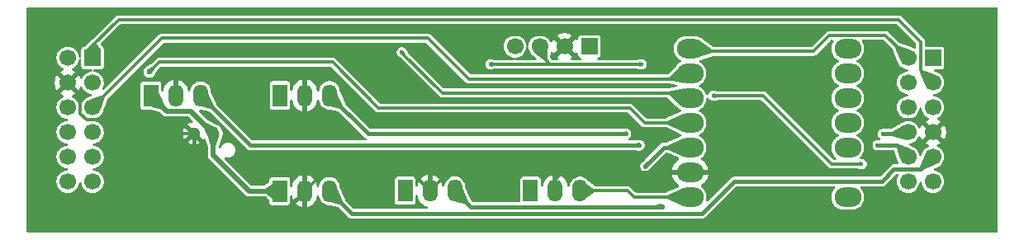
<source format=gbr>
%TF.GenerationSoftware,KiCad,Pcbnew,9.0.5*%
%TF.CreationDate,2025-11-06T16:02:27+09:00*%
%TF.ProjectId,________2,d6ecc3c9-dcfc-4c95-9f32-2e6b69636164,rev?*%
%TF.SameCoordinates,Original*%
%TF.FileFunction,Copper,L1,Top*%
%TF.FilePolarity,Positive*%
%FSLAX46Y46*%
G04 Gerber Fmt 4.6, Leading zero omitted, Abs format (unit mm)*
G04 Created by KiCad (PCBNEW 9.0.5) date 2025-11-06 16:02:27*
%MOMM*%
%LPD*%
G01*
G04 APERTURE LIST*
%TA.AperFunction,SMDPad,CuDef*%
%ADD10O,2.748280X1.998980*%
%TD*%
%TA.AperFunction,ComponentPad*%
%ADD11C,1.300000*%
%TD*%
%TA.AperFunction,ComponentPad*%
%ADD12R,1.500000X2.300000*%
%TD*%
%TA.AperFunction,ComponentPad*%
%ADD13O,1.500000X2.300000*%
%TD*%
%TA.AperFunction,ComponentPad*%
%ADD14R,1.700000X1.700000*%
%TD*%
%TA.AperFunction,ComponentPad*%
%ADD15C,1.700000*%
%TD*%
%TA.AperFunction,ViaPad*%
%ADD16C,0.450000*%
%TD*%
%TA.AperFunction,ViaPad*%
%ADD17C,0.600000*%
%TD*%
%TA.AperFunction,ViaPad*%
%ADD18C,0.500000*%
%TD*%
%TA.AperFunction,Conductor*%
%ADD19C,0.500000*%
%TD*%
%TA.AperFunction,Conductor*%
%ADD20C,0.400000*%
%TD*%
%TA.AperFunction,Conductor*%
%ADD21C,0.300000*%
%TD*%
G04 APERTURE END LIST*
D10*
%TO.P,U6,1,GPIO1_A0_D0*%
%TO.N,/CS_SD1*%
X134920000Y-123460000D03*
%TO.P,U6,3,GPIO3_A2_D2*%
%TO.N,unconnected-(U6-GPIO3_A2_D2-Pad3)*%
X134920000Y-118380000D03*
%TO.P,U6,4,GPIO4_A3_D3*%
%TO.N,unconnected-(U6-GPIO4_A3_D3-Pad4)*%
X134920000Y-115840000D03*
%TO.P,U6,5,GPIO5_A4_D4_SDA*%
%TO.N,unconnected-(U6-GPIO5_A4_D4_SDA-Pad5)*%
X134920000Y-113300000D03*
%TO.P,U6,6,GPIO6_A5_D5_SCL*%
%TO.N,unconnected-(U6-GPIO6_A5_D5_SCL-Pad6)*%
X134920000Y-110760000D03*
%TO.P,U6,7,GPIO43_A6_D6_TX*%
%TO.N,/TX_ESP*%
X134920000Y-108220000D03*
%TO.P,U6,8,GPIO44_D7_RX*%
%TO.N,/RX_ESP*%
X118755440Y-108220000D03*
%TO.P,U6,9,GPIO7_A8_D8_SCK*%
%TO.N,/CLK_SD1*%
X118755440Y-110760000D03*
%TO.P,U6,10,GPIO8_A9_D9_MISO*%
%TO.N,/MISO_SD1*%
X118755440Y-113300000D03*
%TO.P,U6,11,GPIO9_A10_D10_MOSI*%
%TO.N,/MOSI_SD1*%
X118755440Y-115840000D03*
%TO.P,U6,12,3V3*%
%TO.N,/3V3_ESP*%
X118755440Y-118380000D03*
%TO.P,U6,13,GND*%
%TO.N,/DC_GND*%
X118755440Y-120920000D03*
%TO.P,U6,14,5V*%
%TO.N,/5V_DC_ESP*%
X118755440Y-123460000D03*
%TD*%
D11*
%TO.P,J3,2,Pin_2*%
%TO.N,/DC_GND*%
X67880000Y-116930000D03*
%TO.P,J3,1,Pin_1*%
%TO.N,/LiPo*%
X69880000Y-116930000D03*
%TD*%
D12*
%TO.P,U1,1,VI*%
%TO.N,/LiPo*%
X76690000Y-122850000D03*
D13*
%TO.P,U1,2,GND*%
%TO.N,/DC_GND*%
X79230000Y-122850000D03*
%TO.P,U1,3,VO*%
%TO.N,/5V_DC_ICS*%
X81770000Y-122850000D03*
%TD*%
D12*
%TO.P,U4,1,VI*%
%TO.N,/LiPo*%
X63483000Y-113047500D03*
D13*
%TO.P,U4,2,GND*%
%TO.N,/DC_GND*%
X66023000Y-113047500D03*
%TO.P,U4,3,VO*%
%TO.N,/5V_DC_Rudder*%
X68563000Y-113047500D03*
%TD*%
D12*
%TO.P,U3,1,VI*%
%TO.N,/LiPo*%
X102390000Y-122820000D03*
D13*
%TO.P,U3,2,GND*%
%TO.N,/DC_GND*%
X104930000Y-122820000D03*
%TO.P,U3,3,VO*%
%TO.N,/5V_DC_ESP*%
X107470000Y-122820000D03*
%TD*%
D14*
%TO.P,J6,1,Pin_1*%
%TO.N,/TX_ESP*%
X143650000Y-109180000D03*
D15*
%TO.P,J6,2,Pin_2*%
%TO.N,/RX_ESP*%
X141110000Y-109180000D03*
%TO.P,J6,3,Pin_3*%
%TO.N,/SCL_SDP_AS1*%
X143650000Y-111720000D03*
%TO.P,J6,4,Pin_4*%
%TO.N,/SDA_SDP_AS1*%
X141110000Y-111720000D03*
%TO.P,J6,5,Pin_5*%
%TO.N,/SCK_BMP*%
X143650000Y-114260000D03*
%TO.P,J6,6,Pin_6*%
%TO.N,/SDA_AS0*%
X141110000Y-114260000D03*
%TO.P,J6,7,Pin_7*%
%TO.N,/DC_GND*%
X143650000Y-116800000D03*
%TO.P,J6,8,Pin_8*%
%TO.N,/5V_DC_Bico*%
X141110000Y-116800000D03*
%TO.P,J6,9,Pin_9*%
%TO.N,/5V_DC_ICS*%
X143650000Y-119340000D03*
%TO.P,J6,10,Pin_10*%
%TO.N,/5V_DC_Rudder*%
X141110000Y-119340000D03*
%TO.P,J6,11,Pin_11*%
%TO.N,/3V3_BMP*%
X143650000Y-121880000D03*
%TO.P,J6,12,Pin_12*%
%TO.N,/5V_DC_Under*%
X141110000Y-121880000D03*
%TD*%
D12*
%TO.P,U2,1,VI*%
%TO.N,/LiPo*%
X76703000Y-113017500D03*
D13*
%TO.P,U2,2,GND*%
%TO.N,/DC_GND*%
X79243000Y-113017500D03*
%TO.P,U2,3,VO*%
%TO.N,/5V_DC_Bico*%
X81783000Y-113017500D03*
%TD*%
D14*
%TO.P,J1,1,Pin_1*%
%TO.N,/SCL_SDP_AS1*%
X57490000Y-109180000D03*
D15*
%TO.P,J1,2,Pin_2*%
%TO.N,unconnected-(J1-Pin_2-Pad2)*%
X54950000Y-109180000D03*
%TO.P,J1,3,Pin_3*%
%TO.N,/SDA_SDP_AS1*%
X57490000Y-111720000D03*
%TO.P,J1,4,Pin_4*%
%TO.N,/DC_GND*%
X54950000Y-111720000D03*
%TO.P,J1,5,Pin_5*%
%TO.N,/CLK_SD1*%
X57490000Y-114260000D03*
%TO.P,J1,6,Pin_6*%
%TO.N,/MISO_SD1*%
X54950000Y-114260000D03*
%TO.P,J1,7,Pin_7*%
%TO.N,/MOSI_SD1*%
X57490000Y-116800000D03*
%TO.P,J1,8,Pin_8*%
%TO.N,unconnected-(J1-Pin_8-Pad8)*%
X54950000Y-116800000D03*
%TO.P,J1,9,Pin_9*%
%TO.N,/SCK_BMP*%
X57490000Y-119340000D03*
%TO.P,J1,10,Pin_10*%
%TO.N,/SDA_AS0*%
X54950000Y-119340000D03*
%TO.P,J1,11,Pin_11*%
%TO.N,/3V3_ESP*%
X57490000Y-121880000D03*
%TO.P,J1,12,Pin_12*%
%TO.N,/CS_SD1*%
X54950000Y-121880000D03*
%TD*%
D14*
%TO.P,J2,1,Pin_1*%
%TO.N,/3V3_BMP*%
X108420000Y-107985000D03*
D15*
%TO.P,J2,2,Pin_2*%
%TO.N,/DC_GND*%
X105880000Y-107985000D03*
%TO.P,J2,3,Pin_3*%
%TO.N,/SCK_BMP*%
X103340000Y-107985000D03*
%TO.P,J2,4,Pin_4*%
%TO.N,/SDA_AS0*%
X100800000Y-107985000D03*
%TD*%
D12*
%TO.P,U5,1,VI*%
%TO.N,/LiPo*%
X89540000Y-122800000D03*
D13*
%TO.P,U5,2,GND*%
%TO.N,/DC_GND*%
X92080000Y-122800000D03*
%TO.P,U5,3,VO*%
%TO.N,/5V_DC_Under*%
X94620000Y-122800000D03*
%TD*%
D16*
%TO.N,/DC_GND*%
X144940000Y-107470000D03*
X144980000Y-104370000D03*
X143180000Y-107390000D03*
X132550000Y-108520000D03*
X133540000Y-109520000D03*
X133030000Y-107770000D03*
X138100000Y-109780000D03*
X139430000Y-108700000D03*
X139670000Y-109590000D03*
X137530000Y-108610000D03*
X136440000Y-109610000D03*
X140310000Y-110460000D03*
X139210000Y-111100000D03*
X136800000Y-111070000D03*
X139260000Y-112350000D03*
X136620000Y-112380000D03*
X137890000Y-114700000D03*
X139540000Y-113690000D03*
X136800000Y-113770000D03*
X136980000Y-116070000D03*
X139000000Y-115520000D03*
X136450000Y-124780000D03*
X135730000Y-126780000D03*
X131630000Y-122850000D03*
X130560000Y-125520000D03*
X129810000Y-122880000D03*
X127460000Y-125440000D03*
X126290000Y-122870000D03*
X124080000Y-125380000D03*
X133110000Y-124210000D03*
X133130000Y-122640000D03*
X131860000Y-125550000D03*
X120750000Y-125530000D03*
X123590000Y-122680000D03*
X121460000Y-122660000D03*
X120620000Y-123490000D03*
X89360000Y-118790000D03*
X92860000Y-118800000D03*
X96230000Y-118810000D03*
X99870000Y-118830000D03*
X103430000Y-118800000D03*
X110490000Y-118800000D03*
X105410000Y-118800000D03*
X107300000Y-118790000D03*
X114360000Y-118810000D03*
X113070000Y-120240000D03*
X113440000Y-116190000D03*
X112160000Y-115170000D03*
X109180000Y-116280000D03*
X105970000Y-115100000D03*
X103000000Y-116310000D03*
X101980000Y-115100000D03*
X98300000Y-116230000D03*
X95330000Y-116220000D03*
X96780000Y-115040000D03*
X94180000Y-115020000D03*
X100470000Y-116190000D03*
X100010000Y-115050000D03*
X93280000Y-116080000D03*
X92090000Y-115000000D03*
X89000000Y-115040000D03*
X116150000Y-115070000D03*
X116440000Y-113800000D03*
X114420000Y-115050000D03*
X117440000Y-114610000D03*
X113170000Y-113790000D03*
X110570000Y-113570000D03*
X107220000Y-113590000D03*
X103630000Y-113630000D03*
X100020000Y-113630000D03*
X97120000Y-113540000D03*
X89250000Y-112700000D03*
X90860000Y-111516500D03*
X86890000Y-110200000D03*
X85380000Y-111516500D03*
X93190000Y-113560000D03*
X87180000Y-113560000D03*
X88830000Y-109370000D03*
X83050000Y-109410000D03*
X82790000Y-111516500D03*
X84140000Y-112780000D03*
X84530000Y-114590000D03*
X86180000Y-114950000D03*
X82180000Y-118840000D03*
X79560000Y-118820000D03*
X76310000Y-118840000D03*
X85680000Y-118840000D03*
X71040000Y-116550000D03*
X68980000Y-114820000D03*
X73180000Y-118730000D03*
X71910000Y-117710000D03*
X82000000Y-117380000D03*
X81540000Y-116450000D03*
X76100000Y-116460000D03*
X76410000Y-117340000D03*
X79310000Y-117390000D03*
X78720000Y-116480000D03*
X84150000Y-116510000D03*
X84930000Y-117330000D03*
X74000000Y-117360000D03*
X73180000Y-116470000D03*
X75160000Y-114750000D03*
X82440000Y-114790000D03*
X80580000Y-114620000D03*
X77900000Y-114730000D03*
X75050000Y-113850000D03*
X72140000Y-113930000D03*
X72050000Y-115420000D03*
X72570000Y-111280000D03*
X79450000Y-110370000D03*
X76280000Y-110340000D03*
X73400000Y-110330000D03*
X69450000Y-110330000D03*
X66990000Y-111410000D03*
X75010000Y-112170000D03*
X71590000Y-112150000D03*
X70250000Y-113480000D03*
X77935000Y-111355000D03*
X80780000Y-111516500D03*
X81750000Y-110320000D03*
X64660000Y-110360000D03*
X64110000Y-111260000D03*
X98350000Y-123640000D03*
X98400000Y-121910000D03*
X100390000Y-123560000D03*
X100940000Y-121850000D03*
X95880000Y-121980000D03*
X96520000Y-123620000D03*
X115320000Y-121970000D03*
X114740000Y-120920000D03*
X113440000Y-122620000D03*
X115430000Y-120230000D03*
X116710000Y-120270000D03*
X117040000Y-122350000D03*
X112370000Y-122050000D03*
X108930000Y-121900000D03*
X109770000Y-120360000D03*
X103810000Y-120280000D03*
X98320000Y-120370000D03*
X92660000Y-120340000D03*
X142460000Y-122690000D03*
X136580000Y-122680000D03*
X134370000Y-125040000D03*
X132780000Y-126830000D03*
X127470000Y-126830000D03*
X123310000Y-126850000D03*
X118360000Y-126830000D03*
X113250000Y-126850000D03*
X109270000Y-126840000D03*
X105400000Y-126830000D03*
X101920000Y-126850000D03*
X98230000Y-126850000D03*
X94940000Y-126840000D03*
X91190000Y-126850000D03*
X87120000Y-126820000D03*
X86890000Y-122740000D03*
X84540000Y-122780000D03*
X85780000Y-123680000D03*
X85860000Y-121930000D03*
X88260000Y-121840000D03*
X87430000Y-123670000D03*
X83730000Y-123640000D03*
X83090000Y-121900000D03*
X87810000Y-120210000D03*
X84630000Y-120190000D03*
X81170000Y-120230000D03*
X77870000Y-120290000D03*
X74260000Y-120220000D03*
X74790000Y-120710000D03*
X83250000Y-126840000D03*
X79230000Y-126850000D03*
X75680000Y-126850000D03*
X70700000Y-126850000D03*
X63030000Y-126850000D03*
X67010000Y-126850000D03*
X58800000Y-126790000D03*
X55610000Y-123590000D03*
X75760000Y-125430000D03*
X79220000Y-125410000D03*
X83240000Y-125470000D03*
X72990000Y-124460000D03*
X68760000Y-124100000D03*
X61300000Y-124090000D03*
X64910000Y-124150000D03*
X70650000Y-125510000D03*
X63010000Y-125490000D03*
X66890000Y-125460000D03*
X70540000Y-122680000D03*
X63040000Y-122690000D03*
X66810000Y-122650000D03*
X75790000Y-124670000D03*
X75200000Y-123550000D03*
X59640000Y-125500000D03*
X59300000Y-122630000D03*
X57400000Y-123300000D03*
X69020000Y-121200000D03*
X62580000Y-121220000D03*
X65820000Y-121200000D03*
X66720000Y-120010000D03*
X61800000Y-119950000D03*
X64320000Y-120010000D03*
X73060000Y-121180000D03*
X72660000Y-120790000D03*
X69460000Y-119940000D03*
X71650000Y-119840000D03*
X59410000Y-121200000D03*
X59310000Y-119980000D03*
X66010000Y-116930000D03*
X63690000Y-116930000D03*
X60380000Y-117170000D03*
X67320000Y-118550000D03*
X64960000Y-118590000D03*
X61720000Y-118540000D03*
X64860000Y-115630000D03*
X61648000Y-115540000D03*
X67280000Y-115460000D03*
X58120000Y-118060000D03*
X59110000Y-118470000D03*
X62360000Y-114640000D03*
X64250000Y-114960000D03*
X60460000Y-114640000D03*
X59030000Y-116100000D03*
X62160000Y-112810000D03*
X63440000Y-109420000D03*
X62350000Y-110510000D03*
X60490000Y-112340000D03*
X59140000Y-113800000D03*
X134180000Y-120920000D03*
X131670000Y-120920000D03*
X129180000Y-120920000D03*
X126460000Y-120920000D03*
X123820000Y-120920000D03*
X136585000Y-120895000D03*
X138550000Y-120750000D03*
X137950000Y-121140000D03*
X120870000Y-120920000D03*
X120750000Y-120190000D03*
X128370000Y-118850000D03*
X123040000Y-118830000D03*
X125550000Y-118850000D03*
X131100000Y-118860000D03*
X120540000Y-118840000D03*
X125440000Y-115110000D03*
X122180000Y-115010000D03*
X123310000Y-113850000D03*
X124180000Y-116270000D03*
X128310000Y-116210000D03*
X125810000Y-113790000D03*
X120700000Y-116170000D03*
X120660000Y-113780000D03*
X130760000Y-110680000D03*
X132460000Y-110620000D03*
X129000000Y-110810000D03*
X133610000Y-112010000D03*
X131240000Y-109200000D03*
X130420000Y-112290000D03*
X127340000Y-109230000D03*
X124480000Y-109130000D03*
X121160000Y-109150000D03*
X129490000Y-114070000D03*
X123510000Y-111440000D03*
X126650000Y-110530000D03*
X126440000Y-112290000D03*
X130620000Y-116230000D03*
X132880000Y-113730000D03*
X132930000Y-116230000D03*
X120170000Y-112090000D03*
X120810000Y-110530000D03*
X116130000Y-110540000D03*
X112160000Y-110500000D03*
X113630000Y-112050000D03*
X116560000Y-112010000D03*
X109030000Y-112060000D03*
X103960000Y-112040000D03*
X106480000Y-112040000D03*
X111470000Y-112050000D03*
X101540000Y-112080000D03*
X108050000Y-110590000D03*
X103630000Y-110570000D03*
X105790000Y-110590000D03*
X110040000Y-110600000D03*
X101560000Y-110600000D03*
X100050000Y-110560000D03*
X98530000Y-110630000D03*
X100020000Y-112050000D03*
X97100000Y-112040000D03*
X121630000Y-107830000D03*
X123430000Y-107890000D03*
X124830000Y-107430000D03*
X126430000Y-107850000D03*
X128030000Y-107420000D03*
X129620000Y-107730000D03*
X120620000Y-107340000D03*
X116980000Y-107400000D03*
X117080000Y-109100000D03*
X115490000Y-107380000D03*
X113830000Y-109010000D03*
X112390000Y-107400000D03*
X110520000Y-109130000D03*
X109900000Y-107510000D03*
X106990000Y-109140000D03*
X102520000Y-109140000D03*
X104670000Y-109040000D03*
X102080000Y-108600000D03*
X95090000Y-108330000D03*
X97730000Y-109120000D03*
X99360000Y-107380000D03*
X99730000Y-109010000D03*
X96390000Y-110650000D03*
X96440000Y-107510000D03*
X95485000Y-109725000D03*
X93270000Y-107440000D03*
X140010000Y-106880000D03*
X141160000Y-107260000D03*
X139510000Y-106020000D03*
X136470000Y-105980000D03*
X132410000Y-106070000D03*
X131460000Y-107480000D03*
X128960000Y-106010000D03*
X125020000Y-105990000D03*
X121120000Y-106000000D03*
X116610000Y-105950000D03*
X112520000Y-105980000D03*
X109250000Y-105980000D03*
X105760000Y-105940000D03*
X102520000Y-105960000D03*
X100150000Y-105990000D03*
X97380000Y-105950000D03*
X94610000Y-106030000D03*
X91630000Y-106020000D03*
X89320000Y-106010000D03*
X86540000Y-105980000D03*
X84260000Y-106110000D03*
X81900000Y-106000000D03*
X79370000Y-106020000D03*
X77100000Y-105990000D03*
X74530000Y-106010000D03*
X71910000Y-106040000D03*
X69670000Y-106050000D03*
X67350000Y-106080000D03*
X65010000Y-105990000D03*
X62010000Y-106020000D03*
X60360000Y-106020000D03*
X60160000Y-107920000D03*
X58630000Y-107780000D03*
X58940000Y-109260000D03*
X67330000Y-107850000D03*
X69610000Y-107890000D03*
X71820000Y-107920000D03*
X74600000Y-107870000D03*
X77160000Y-107890000D03*
X79350000Y-107900000D03*
X81920000Y-107870000D03*
X84250000Y-107870000D03*
X86540000Y-107870000D03*
X89340000Y-107840000D03*
X90240000Y-108680000D03*
X92030000Y-108480000D03*
X91940000Y-110130000D03*
X93740000Y-110110000D03*
X95360000Y-111700000D03*
X93670000Y-112050000D03*
X91490000Y-107860000D03*
X64900000Y-107860000D03*
X60470000Y-109860000D03*
X61750000Y-108590000D03*
X63070000Y-107450000D03*
X59200000Y-111170000D03*
%TO.N,/3V3_ESP*%
X114155000Y-120305000D03*
D17*
%TO.N,/MOSI_SD1*%
X63314250Y-110614250D03*
%TO.N,/5V_DC_Under*%
X115890000Y-124470000D03*
D16*
%TO.N,/MISO_SD1*%
X89190000Y-108590000D03*
%TO.N,/CS_SD1*%
X134920000Y-123475000D03*
%TO.N,/DC_GND*%
X97585000Y-107625000D03*
%TO.N,/TX_ESP*%
X134920000Y-108220000D03*
%TO.N,/SCK_BMP*%
X113770000Y-109830000D03*
X98290000Y-109830000D03*
%TO.N,/5V_DC_Rudder*%
X137950000Y-118150000D03*
D18*
X113560000Y-118150000D03*
D16*
%TO.N,/5V_DC_Bico*%
X138530000Y-116980000D03*
D18*
X112140000Y-116980000D03*
D16*
%TO.N,/3V3_BMP*%
X136340000Y-120065000D03*
X121120000Y-113055000D03*
%TD*%
D19*
%TO.N,/LiPo*%
X69880000Y-119179221D02*
X69880000Y-116930000D01*
X73550779Y-122850000D02*
X69880000Y-119179221D01*
X76690000Y-122850000D02*
X73550779Y-122850000D01*
D20*
%TO.N,/DC_GND*%
X71610000Y-124670000D02*
X75790000Y-124670000D01*
X67880000Y-120940000D02*
X71610000Y-124670000D01*
X67880000Y-116930000D02*
X67880000Y-120940000D01*
D21*
X139000000Y-115520000D02*
X142370000Y-115520000D01*
X114740000Y-120920000D02*
X105640000Y-120920000D01*
D20*
X75790000Y-124670000D02*
X77410000Y-124670000D01*
D21*
X66010000Y-116930000D02*
X63690000Y-116930000D01*
X63690000Y-116930000D02*
X63038000Y-116930000D01*
X134180000Y-120920000D02*
X136560000Y-120920000D01*
X131670000Y-120920000D02*
X134180000Y-120920000D01*
X129180000Y-120920000D02*
X131670000Y-120920000D01*
X126460000Y-120920000D02*
X129180000Y-120920000D01*
X123820000Y-120920000D02*
X126460000Y-120920000D01*
X136585000Y-120895000D02*
X137360000Y-120120000D01*
X120870000Y-120920000D02*
X123820000Y-120920000D01*
X56240000Y-113010000D02*
X54950000Y-111720000D01*
X56900000Y-115540000D02*
X56240000Y-114880000D01*
X61648000Y-115540000D02*
X56900000Y-115540000D01*
X56240000Y-114880000D02*
X56240000Y-113010000D01*
X63038000Y-116930000D02*
X61648000Y-115540000D01*
X67880000Y-116930000D02*
X66010000Y-116930000D01*
%TO.N,/MOSI_SD1*%
X64328500Y-109600000D02*
X82080000Y-109600000D01*
X63314250Y-110614250D02*
X64328500Y-109600000D01*
%TO.N,/CLK_SD1*%
X64610000Y-107140000D02*
X57490000Y-114260000D01*
X91880000Y-107140000D02*
X64610000Y-107140000D01*
X96060000Y-111320000D02*
X91880000Y-107140000D01*
X118755440Y-110760000D02*
X118195440Y-111320000D01*
X118195440Y-111320000D02*
X96060000Y-111320000D01*
%TO.N,/SCL_SDP_AS1*%
X57490000Y-109180000D02*
X57490000Y-107910000D01*
X57490000Y-107910000D02*
X60150000Y-105250000D01*
D20*
%TO.N,/5V_DC_ICS*%
X142380000Y-120610000D02*
X143650000Y-119340000D01*
X139650000Y-120610000D02*
X142380000Y-120610000D01*
X116201364Y-125150000D02*
X120000000Y-125150000D01*
X115599636Y-125171000D02*
X116180364Y-125171000D01*
X138400000Y-121860000D02*
X139650000Y-120610000D01*
X116180364Y-125171000D02*
X116201364Y-125150000D01*
X115578636Y-125150000D02*
X115599636Y-125171000D01*
X84070000Y-125150000D02*
X115578636Y-125150000D01*
X120000000Y-125150000D02*
X123290000Y-121860000D01*
X123290000Y-121860000D02*
X138400000Y-121860000D01*
X81770000Y-122850000D02*
X84070000Y-125150000D01*
D21*
%TO.N,/3V3_BMP*%
X133265000Y-120065000D02*
X126255000Y-113055000D01*
X136340000Y-120065000D02*
X133265000Y-120065000D01*
X126255000Y-113055000D02*
X121120000Y-113055000D01*
%TO.N,/DC_GND*%
X142370000Y-115520000D02*
X143650000Y-116800000D01*
X138450000Y-115520000D02*
X139000000Y-115520000D01*
X137360000Y-116610000D02*
X138450000Y-115520000D01*
X137360000Y-120120000D02*
X137360000Y-116610000D01*
X136560000Y-120920000D02*
X136585000Y-120895000D01*
X118755440Y-120920000D02*
X120870000Y-120920000D01*
D20*
%TO.N,/5V_DC_Rudder*%
X139920000Y-118150000D02*
X141110000Y-119340000D01*
X137950000Y-118150000D02*
X139920000Y-118150000D01*
%TO.N,/5V_DC_Bico*%
X138530000Y-116980000D02*
X140930000Y-116980000D01*
X140930000Y-116980000D02*
X141110000Y-116800000D01*
%TO.N,/5V_DC_Under*%
X115890000Y-124470000D02*
X96290000Y-124470000D01*
X96290000Y-124470000D02*
X94620000Y-122800000D01*
D21*
%TO.N,/SCK_BMP*%
X98290000Y-109830000D02*
X105185000Y-109830000D01*
%TO.N,/SCL_SDP_AS1*%
X140120000Y-105250000D02*
X60150000Y-105250000D01*
X142380000Y-107510000D02*
X140120000Y-105250000D01*
X142380000Y-110450000D02*
X142380000Y-107510000D01*
X143650000Y-111720000D02*
X142380000Y-110450000D01*
%TO.N,/RX_ESP*%
X141110000Y-109180000D02*
X138799510Y-106869510D01*
X133000490Y-106869510D02*
X138799510Y-106869510D01*
D20*
%TO.N,/DC_GND*%
X77410000Y-124670000D02*
X79230000Y-122850000D01*
D21*
X79230000Y-123080000D02*
X79230000Y-122850000D01*
D19*
%TO.N,/LiPo*%
X65084000Y-114648500D02*
X63483000Y-113047500D01*
X67598500Y-114648500D02*
X65084000Y-114648500D01*
X69880000Y-116930000D02*
X67598500Y-114648500D01*
X63483000Y-113047500D02*
X63537500Y-113047500D01*
D21*
%TO.N,/MOSI_SD1*%
X86810000Y-114330000D02*
X82080000Y-109600000D01*
X112590000Y-114330000D02*
X86810000Y-114330000D01*
X114100000Y-115840000D02*
X112590000Y-114330000D01*
X118755440Y-115840000D02*
X114100000Y-115840000D01*
%TO.N,/MISO_SD1*%
X93350000Y-112770000D02*
X118225440Y-112770000D01*
X89190000Y-108590000D02*
X89190000Y-108610000D01*
X118225440Y-112770000D02*
X118755440Y-113300000D01*
X89190000Y-108610000D02*
X93350000Y-112770000D01*
%TO.N,/DC_GND*%
X104930000Y-121630000D02*
X105640000Y-120920000D01*
X79230000Y-113030500D02*
X79243000Y-113017500D01*
X81110000Y-120970000D02*
X90250000Y-120970000D01*
X118755440Y-120920000D02*
X114740000Y-120920000D01*
X79243000Y-112687000D02*
X79243000Y-113017500D01*
X104930000Y-122820000D02*
X104930000Y-121630000D01*
X98426000Y-106784000D02*
X104679000Y-106784000D01*
X93960000Y-120920000D02*
X92080000Y-122800000D01*
X97585000Y-107625000D02*
X98426000Y-106784000D01*
X104679000Y-106784000D02*
X105880000Y-107985000D01*
X105640000Y-120920000D02*
X93960000Y-120920000D01*
X79230000Y-122850000D02*
X81110000Y-120970000D01*
X90250000Y-120970000D02*
X92080000Y-122800000D01*
%TO.N,/RX_ESP*%
X131360820Y-108509180D02*
X133000490Y-106869510D01*
X118755440Y-108220000D02*
X119044620Y-108509180D01*
X119044620Y-108509180D02*
X131360820Y-108509180D01*
%TO.N,/SCK_BMP*%
X103340000Y-107985000D02*
X103340000Y-108750000D01*
X105185000Y-109830000D02*
X113770000Y-109830000D01*
X103340000Y-108750000D02*
X104420000Y-109830000D01*
X104420000Y-109830000D02*
X105185000Y-109830000D01*
%TO.N,/5V_DC_ESP*%
X112990000Y-123460000D02*
X118755440Y-123460000D01*
X107470000Y-122820000D02*
X112350000Y-122820000D01*
X112350000Y-122820000D02*
X112990000Y-123460000D01*
D20*
%TO.N,/5V_DC_Rudder*%
X73680000Y-118160000D02*
X113550000Y-118160000D01*
X68567500Y-113047500D02*
X73680000Y-118160000D01*
X68563000Y-113047500D02*
X68567500Y-113047500D01*
X113550000Y-118160000D02*
X113560000Y-118150000D01*
%TO.N,/5V_DC_Bico*%
X85750000Y-116980000D02*
X81787500Y-113017500D01*
X112140000Y-116980000D02*
X85750000Y-116980000D01*
X81787500Y-113017500D02*
X81783000Y-113017500D01*
D19*
%TO.N,/LiPo*%
X89540000Y-122820000D02*
X89540000Y-122800000D01*
X76690000Y-122850000D02*
X76710000Y-122850000D01*
X76703000Y-113017500D02*
X76762500Y-113017500D01*
X76703000Y-122837000D02*
X76690000Y-122850000D01*
D20*
%TO.N,/3V3_ESP*%
X114155000Y-120305000D02*
X116080000Y-118380000D01*
X116080000Y-118380000D02*
X118755440Y-118380000D01*
%TD*%
%TA.AperFunction,Conductor*%
%TO.N,/DC_GND*%
G36*
X133416030Y-107339695D02*
G01*
X133461785Y-107392499D01*
X133471729Y-107461657D01*
X133449310Y-107516895D01*
X133433498Y-107538657D01*
X133340603Y-107720972D01*
X133277369Y-107915584D01*
X133245360Y-108117683D01*
X133245360Y-108322316D01*
X133277369Y-108524415D01*
X133340603Y-108719027D01*
X133404489Y-108844408D01*
X133422555Y-108879865D01*
X133433501Y-108901346D01*
X133553767Y-109066880D01*
X133553771Y-109066885D01*
X133698464Y-109211578D01*
X133698469Y-109211582D01*
X133779627Y-109270546D01*
X133864007Y-109331851D01*
X133936599Y-109368838D01*
X133957552Y-109379515D01*
X134008348Y-109427490D01*
X134025143Y-109495311D01*
X134002605Y-109561446D01*
X133957552Y-109600485D01*
X133864003Y-109648151D01*
X133698469Y-109768417D01*
X133698464Y-109768421D01*
X133553771Y-109913114D01*
X133553767Y-109913119D01*
X133433501Y-110078653D01*
X133340603Y-110260972D01*
X133277369Y-110455584D01*
X133245360Y-110657683D01*
X133245360Y-110862316D01*
X133277369Y-111064415D01*
X133340603Y-111259027D01*
X133433501Y-111441346D01*
X133553767Y-111606880D01*
X133553771Y-111606885D01*
X133698464Y-111751578D01*
X133698469Y-111751582D01*
X133837553Y-111852631D01*
X133864007Y-111871851D01*
X133936599Y-111908838D01*
X133957552Y-111919515D01*
X134008348Y-111967490D01*
X134025143Y-112035311D01*
X134002605Y-112101446D01*
X133957552Y-112140485D01*
X133864003Y-112188151D01*
X133698469Y-112308417D01*
X133698464Y-112308421D01*
X133553771Y-112453114D01*
X133553767Y-112453119D01*
X133433501Y-112618653D01*
X133340603Y-112800972D01*
X133277369Y-112995584D01*
X133245360Y-113197683D01*
X133245360Y-113402316D01*
X133277369Y-113604415D01*
X133340603Y-113799027D01*
X133391669Y-113899247D01*
X133427471Y-113969513D01*
X133433501Y-113981346D01*
X133553767Y-114146880D01*
X133553771Y-114146885D01*
X133698464Y-114291578D01*
X133698469Y-114291582D01*
X133776730Y-114348441D01*
X133864007Y-114411851D01*
X133936599Y-114448838D01*
X133957552Y-114459515D01*
X134008348Y-114507490D01*
X134025143Y-114575311D01*
X134002605Y-114641446D01*
X133957552Y-114680485D01*
X133864003Y-114728151D01*
X133698469Y-114848417D01*
X133698464Y-114848421D01*
X133553771Y-114993114D01*
X133553767Y-114993119D01*
X133433501Y-115158653D01*
X133340603Y-115340972D01*
X133277369Y-115535584D01*
X133245360Y-115737683D01*
X133245360Y-115942316D01*
X133277369Y-116144415D01*
X133340603Y-116339027D01*
X133402149Y-116459815D01*
X133417688Y-116490313D01*
X133433501Y-116521346D01*
X133553767Y-116686880D01*
X133553771Y-116686885D01*
X133698464Y-116831578D01*
X133698469Y-116831582D01*
X133802997Y-116907525D01*
X133864007Y-116951851D01*
X133936599Y-116988838D01*
X133957552Y-116999515D01*
X134008348Y-117047490D01*
X134025143Y-117115311D01*
X134002605Y-117181446D01*
X133957552Y-117220485D01*
X133864003Y-117268151D01*
X133698469Y-117388417D01*
X133698464Y-117388421D01*
X133553771Y-117533114D01*
X133553767Y-117533119D01*
X133433501Y-117698653D01*
X133340603Y-117880972D01*
X133277369Y-118075584D01*
X133245360Y-118277683D01*
X133245360Y-118482316D01*
X133277369Y-118684415D01*
X133340603Y-118879027D01*
X133433501Y-119061346D01*
X133553767Y-119226880D01*
X133553771Y-119226885D01*
X133698464Y-119371578D01*
X133724070Y-119390182D01*
X133766735Y-119445512D01*
X133772714Y-119515126D01*
X133740108Y-119576920D01*
X133679269Y-119611278D01*
X133651184Y-119614500D01*
X133502965Y-119614500D01*
X133435926Y-119594815D01*
X133415284Y-119578181D01*
X126531616Y-112694513D01*
X126531614Y-112694511D01*
X126428887Y-112635201D01*
X126386945Y-112623963D01*
X126386942Y-112623962D01*
X126356244Y-112615736D01*
X126314309Y-112604500D01*
X126314308Y-112604500D01*
X121631593Y-112604500D01*
X121610110Y-112602625D01*
X121228038Y-112535415D01*
X121225740Y-112535023D01*
X121225062Y-112534907D01*
X121225060Y-112534907D01*
X121225055Y-112534906D01*
X121219182Y-112534468D01*
X121219233Y-112533772D01*
X121193464Y-112530647D01*
X121189184Y-112529500D01*
X121189183Y-112529500D01*
X121050817Y-112529500D01*
X120917164Y-112565312D01*
X120917161Y-112565313D01*
X120797338Y-112634492D01*
X120797333Y-112634496D01*
X120699496Y-112732333D01*
X120699492Y-112732338D01*
X120630313Y-112852161D01*
X120630310Y-112852168D01*
X120612633Y-112918139D01*
X120576268Y-112977799D01*
X120513421Y-113008327D01*
X120444045Y-113000032D01*
X120390168Y-112955546D01*
X120374928Y-112924362D01*
X120365432Y-112895137D01*
X120334838Y-112800977D01*
X120241941Y-112618657D01*
X120197467Y-112557443D01*
X120121672Y-112453119D01*
X120121668Y-112453114D01*
X119976975Y-112308421D01*
X119976970Y-112308417D01*
X119811436Y-112188151D01*
X119811435Y-112188150D01*
X119811433Y-112188149D01*
X119717886Y-112140484D01*
X119667091Y-112092510D01*
X119650296Y-112024689D01*
X119672833Y-111958554D01*
X119717887Y-111919515D01*
X119811433Y-111871851D01*
X119976977Y-111751577D01*
X120121667Y-111606887D01*
X120241941Y-111441343D01*
X120334838Y-111259023D01*
X120398070Y-111064415D01*
X120410970Y-110982967D01*
X120430080Y-110862316D01*
X120430080Y-110657683D01*
X120398070Y-110455584D01*
X120363572Y-110349410D01*
X120334838Y-110260977D01*
X120334836Y-110260974D01*
X120334836Y-110260972D01*
X120301133Y-110194829D01*
X120241941Y-110078657D01*
X120161414Y-109967820D01*
X120121672Y-109913119D01*
X120121668Y-109913114D01*
X119976975Y-109768421D01*
X119976970Y-109768417D01*
X119811434Y-109648149D01*
X119743197Y-109613380D01*
X119692402Y-109565406D01*
X119675607Y-109497585D01*
X119698145Y-109431450D01*
X119752860Y-109387999D01*
X119762761Y-109384462D01*
X121115306Y-108965239D01*
X121152017Y-108959680D01*
X131420128Y-108959680D01*
X131420129Y-108959680D01*
X131510493Y-108935466D01*
X131534707Y-108928979D01*
X131637434Y-108869669D01*
X133150774Y-107356329D01*
X133177701Y-107341625D01*
X133203520Y-107325033D01*
X133209720Y-107324141D01*
X133212097Y-107322844D01*
X133238455Y-107320010D01*
X133348991Y-107320010D01*
X133416030Y-107339695D01*
G37*
%TD.AperFunction*%
%TA.AperFunction,Conductor*%
G36*
X143184075Y-116992993D02*
G01*
X143249901Y-117107007D01*
X143342993Y-117200099D01*
X143457007Y-117265925D01*
X143520590Y-117282962D01*
X142888282Y-117915269D01*
X142888282Y-117915270D01*
X142942449Y-117954624D01*
X143131780Y-118051094D01*
X143160705Y-118060492D01*
X143218381Y-118099929D01*
X143245580Y-118164287D01*
X143233667Y-118233134D01*
X143186424Y-118284610D01*
X143178685Y-118288908D01*
X143047004Y-118356004D01*
X142900505Y-118462441D01*
X142900500Y-118462445D01*
X142772445Y-118590500D01*
X142772441Y-118590505D01*
X142666006Y-118737002D01*
X142583788Y-118898360D01*
X142583787Y-118898363D01*
X142526326Y-119075216D01*
X142525997Y-119075109D01*
X142523096Y-119084054D01*
X142482716Y-119182509D01*
X142439065Y-119237065D01*
X142372848Y-119259361D01*
X142305089Y-119242318D01*
X142257300Y-119191347D01*
X142245517Y-119154854D01*
X142238162Y-119108416D01*
X142232171Y-119070591D01*
X142179108Y-118907277D01*
X142176212Y-118898363D01*
X142176211Y-118898360D01*
X142147740Y-118842484D01*
X142093996Y-118737006D01*
X142049309Y-118675499D01*
X141987558Y-118590505D01*
X141987554Y-118590500D01*
X141859499Y-118462445D01*
X141859494Y-118462441D01*
X141712997Y-118356006D01*
X141712996Y-118356005D01*
X141712994Y-118356004D01*
X141661300Y-118329664D01*
X141551639Y-118273788D01*
X141551636Y-118273787D01*
X141374781Y-118216325D01*
X141374886Y-118215999D01*
X141365938Y-118213094D01*
X141267485Y-118172718D01*
X141212928Y-118129068D01*
X141190630Y-118062852D01*
X141207672Y-117995092D01*
X141258641Y-117947303D01*
X141295137Y-117935518D01*
X141379409Y-117922171D01*
X141551639Y-117866211D01*
X141712994Y-117783996D01*
X141859501Y-117677553D01*
X141987553Y-117549501D01*
X142093996Y-117402994D01*
X142161090Y-117271314D01*
X142209065Y-117220519D01*
X142276886Y-117203724D01*
X142343021Y-117226262D01*
X142386472Y-117280977D01*
X142389506Y-117289292D01*
X142398904Y-117318217D01*
X142495375Y-117507550D01*
X142534728Y-117561716D01*
X143167037Y-116929408D01*
X143184075Y-116992993D01*
G37*
%TD.AperFunction*%
%TA.AperFunction,Conductor*%
G36*
X142416630Y-114270253D02*
G01*
X142474863Y-114308863D01*
X142502473Y-114369321D01*
X142527829Y-114529410D01*
X142583787Y-114701636D01*
X142583788Y-114701639D01*
X142666006Y-114862997D01*
X142772441Y-115009494D01*
X142772445Y-115009499D01*
X142900500Y-115137554D01*
X142900505Y-115137558D01*
X142933437Y-115161484D01*
X143047006Y-115243996D01*
X143148780Y-115295853D01*
X143178684Y-115311090D01*
X143229480Y-115359065D01*
X143246275Y-115426886D01*
X143223737Y-115493021D01*
X143169022Y-115536472D01*
X143160708Y-115539506D01*
X143131781Y-115548905D01*
X142942439Y-115645380D01*
X142888282Y-115684727D01*
X142888282Y-115684728D01*
X143520591Y-116317037D01*
X143457007Y-116334075D01*
X143342993Y-116399901D01*
X143249901Y-116492993D01*
X143184075Y-116607007D01*
X143167037Y-116670591D01*
X142534728Y-116038282D01*
X142534727Y-116038282D01*
X142495380Y-116092439D01*
X142398905Y-116281781D01*
X142389506Y-116310708D01*
X142350068Y-116368383D01*
X142285709Y-116395581D01*
X142216862Y-116383666D01*
X142165387Y-116336421D01*
X142161090Y-116328684D01*
X142137191Y-116281781D01*
X142093996Y-116197006D01*
X142039326Y-116121759D01*
X141987558Y-116050505D01*
X141987554Y-116050500D01*
X141859499Y-115922445D01*
X141859494Y-115922441D01*
X141712997Y-115816006D01*
X141712996Y-115816005D01*
X141712994Y-115816004D01*
X141661300Y-115789664D01*
X141551639Y-115733788D01*
X141551636Y-115733787D01*
X141379410Y-115677829D01*
X141219321Y-115652473D01*
X141156186Y-115622544D01*
X141119255Y-115563232D01*
X141120253Y-115493370D01*
X141158863Y-115435137D01*
X141219321Y-115407527D01*
X141289981Y-115396335D01*
X141379409Y-115382171D01*
X141551639Y-115326211D01*
X141712994Y-115243996D01*
X141859501Y-115137553D01*
X141987553Y-115009501D01*
X142093996Y-114862994D01*
X142176211Y-114701639D01*
X142232171Y-114529409D01*
X142249546Y-114419706D01*
X142257527Y-114369321D01*
X142287456Y-114306186D01*
X142346768Y-114269255D01*
X142416630Y-114270253D01*
G37*
%TD.AperFunction*%
%TA.AperFunction,Conductor*%
G36*
X56065270Y-112481717D02*
G01*
X56065270Y-112481716D01*
X56104622Y-112427554D01*
X56201095Y-112238217D01*
X56210492Y-112209295D01*
X56249928Y-112151618D01*
X56314286Y-112124419D01*
X56383133Y-112136331D01*
X56434610Y-112183574D01*
X56438908Y-112191314D01*
X56506004Y-112322995D01*
X56612441Y-112469494D01*
X56612445Y-112469499D01*
X56740500Y-112597554D01*
X56740505Y-112597558D01*
X56809109Y-112647401D01*
X56887006Y-112703996D01*
X56985191Y-112754024D01*
X57048360Y-112786211D01*
X57048363Y-112786212D01*
X57134476Y-112814191D01*
X57220591Y-112842171D01*
X57276252Y-112850986D01*
X57313710Y-112856920D01*
X57317154Y-112858553D01*
X57320961Y-112858290D01*
X57348481Y-112873403D01*
X57376845Y-112886849D01*
X57378860Y-112890086D01*
X57382203Y-112891922D01*
X57397179Y-112919506D01*
X57413776Y-112946161D01*
X57413721Y-112949974D01*
X57415541Y-112953326D01*
X57413226Y-112984629D01*
X57412778Y-113016024D01*
X57410670Y-113019203D01*
X57410389Y-113023005D01*
X57391519Y-113048086D01*
X57374168Y-113074256D01*
X57370010Y-113076676D01*
X57368384Y-113078838D01*
X57337367Y-113095678D01*
X57235868Y-113133258D01*
X57221777Y-113137543D01*
X57220596Y-113137826D01*
X57048363Y-113193787D01*
X57048360Y-113193788D01*
X56887002Y-113276006D01*
X56740505Y-113382441D01*
X56740500Y-113382445D01*
X56612445Y-113510500D01*
X56612441Y-113510505D01*
X56506006Y-113657002D01*
X56423788Y-113818360D01*
X56423787Y-113818363D01*
X56367829Y-113990589D01*
X56342473Y-114150678D01*
X56312544Y-114213813D01*
X56253232Y-114250744D01*
X56183369Y-114249746D01*
X56125137Y-114211136D01*
X56097527Y-114150678D01*
X56083740Y-114063639D01*
X56072171Y-113990591D01*
X56029680Y-113859815D01*
X56016212Y-113818363D01*
X56016211Y-113818360D01*
X55987740Y-113762484D01*
X55933996Y-113657006D01*
X55895787Y-113604415D01*
X55827558Y-113510505D01*
X55827554Y-113510500D01*
X55699499Y-113382445D01*
X55699494Y-113382441D01*
X55552995Y-113276004D01*
X55421314Y-113208908D01*
X55370519Y-113160934D01*
X55353724Y-113093113D01*
X55376262Y-113026978D01*
X55430977Y-112983527D01*
X55439295Y-112980492D01*
X55468217Y-112971095D01*
X55657554Y-112874622D01*
X55711716Y-112835270D01*
X55711717Y-112835270D01*
X55079408Y-112202962D01*
X55142993Y-112185925D01*
X55257007Y-112120099D01*
X55350099Y-112027007D01*
X55415925Y-111912993D01*
X55432962Y-111849408D01*
X56065270Y-112481717D01*
G37*
%TD.AperFunction*%
%TA.AperFunction,Conductor*%
G36*
X102106630Y-107995253D02*
G01*
X102164863Y-108033863D01*
X102192473Y-108094321D01*
X102217829Y-108254410D01*
X102273787Y-108426636D01*
X102273788Y-108426639D01*
X102321775Y-108520817D01*
X102355010Y-108586044D01*
X102356006Y-108587997D01*
X102462441Y-108734494D01*
X102462445Y-108734499D01*
X102590502Y-108862556D01*
X102660092Y-108913115D01*
X102681393Y-108932780D01*
X102684502Y-108936410D01*
X102684505Y-108936413D01*
X102960857Y-109158915D01*
X103000730Y-109216290D01*
X103003254Y-109286114D01*
X102967628Y-109346218D01*
X102905162Y-109377520D01*
X102883093Y-109379500D01*
X100925563Y-109379500D01*
X100858524Y-109359815D01*
X100812769Y-109307011D01*
X100802825Y-109237853D01*
X100831850Y-109174297D01*
X100890628Y-109136523D01*
X100906165Y-109133027D01*
X100985535Y-109120455D01*
X101069409Y-109107171D01*
X101241639Y-109051211D01*
X101402994Y-108968996D01*
X101549501Y-108862553D01*
X101677553Y-108734501D01*
X101783996Y-108587994D01*
X101866211Y-108426639D01*
X101922171Y-108254409D01*
X101937562Y-108157234D01*
X101947527Y-108094321D01*
X101977456Y-108031186D01*
X102036768Y-107994255D01*
X102106630Y-107995253D01*
G37*
%TD.AperFunction*%
%TA.AperFunction,Conductor*%
G36*
X105414075Y-108177993D02*
G01*
X105479901Y-108292007D01*
X105572993Y-108385099D01*
X105687007Y-108450925D01*
X105750590Y-108467962D01*
X105118282Y-109100269D01*
X105118282Y-109100270D01*
X105172452Y-109139626D01*
X105172451Y-109139626D01*
X105183028Y-109145015D01*
X105233824Y-109192989D01*
X105250620Y-109260809D01*
X105228083Y-109326945D01*
X105173369Y-109370397D01*
X105126734Y-109379500D01*
X104657966Y-109379500D01*
X104628525Y-109370855D01*
X104598539Y-109364332D01*
X104593523Y-109360577D01*
X104590927Y-109359815D01*
X104570285Y-109343181D01*
X104466200Y-109239096D01*
X104432715Y-109177773D01*
X104430034Y-109145254D01*
X104453724Y-108669435D01*
X104476718Y-108603459D01*
X104531732Y-108560387D01*
X104601300Y-108553895D01*
X104663333Y-108586044D01*
X104688056Y-108619308D01*
X104725375Y-108692550D01*
X104764728Y-108746716D01*
X105397037Y-108114408D01*
X105414075Y-108177993D01*
G37*
%TD.AperFunction*%
%TA.AperFunction,Conductor*%
G36*
X106995270Y-108746717D02*
G01*
X106995270Y-108746716D01*
X107034621Y-108692555D01*
X107035005Y-108691803D01*
X107035229Y-108691564D01*
X107037168Y-108688402D01*
X107037831Y-108688808D01*
X107082970Y-108640998D01*
X107150787Y-108624190D01*
X107216927Y-108646715D01*
X107260388Y-108701422D01*
X107269500Y-108748076D01*
X107269500Y-108879855D01*
X107269502Y-108879882D01*
X107272413Y-108904987D01*
X107272415Y-108904991D01*
X107317793Y-109007764D01*
X107317794Y-109007765D01*
X107397235Y-109087206D01*
X107442452Y-109107171D01*
X107500006Y-109132584D01*
X107500007Y-109132584D01*
X107500009Y-109132585D01*
X107500010Y-109132585D01*
X107509007Y-109135033D01*
X107508505Y-109136875D01*
X107562102Y-109159606D01*
X107601467Y-109217331D01*
X107603373Y-109287175D01*
X107567217Y-109346962D01*
X107504477Y-109377711D01*
X107483487Y-109379500D01*
X106633266Y-109379500D01*
X106566227Y-109359815D01*
X106520472Y-109307011D01*
X106510528Y-109237853D01*
X106539553Y-109174297D01*
X106576972Y-109145015D01*
X106587552Y-109139624D01*
X106641716Y-109100270D01*
X106641717Y-109100270D01*
X106009408Y-108467962D01*
X106072993Y-108450925D01*
X106187007Y-108385099D01*
X106280099Y-108292007D01*
X106345925Y-108177993D01*
X106362962Y-108114408D01*
X106995270Y-108746717D01*
G37*
%TD.AperFunction*%
%TA.AperFunction,Conductor*%
G36*
X139949074Y-105720185D02*
G01*
X139969716Y-105736819D01*
X141893181Y-107660284D01*
X141926666Y-107721607D01*
X141929500Y-107747965D01*
X141929500Y-108109940D01*
X141909815Y-108176979D01*
X141857011Y-108222734D01*
X141787853Y-108232678D01*
X141732617Y-108210260D01*
X141717695Y-108199419D01*
X141712994Y-108196004D01*
X141659897Y-108168949D01*
X141551639Y-108113788D01*
X141551633Y-108113786D01*
X141379411Y-108057829D01*
X141378223Y-108057544D01*
X141364127Y-108053258D01*
X140208502Y-107625378D01*
X140163877Y-107596774D01*
X139076126Y-106509023D01*
X139076124Y-106509021D01*
X139024760Y-106479366D01*
X138973398Y-106449711D01*
X138961290Y-106446467D01*
X138949183Y-106443223D01*
X138949180Y-106443222D01*
X138910988Y-106432988D01*
X138858819Y-106419010D01*
X132941181Y-106419010D01*
X132872434Y-106437430D01*
X132826602Y-106449711D01*
X132826597Y-106449714D01*
X132723883Y-106509015D01*
X132723875Y-106509021D01*
X131210536Y-108022361D01*
X131149213Y-108055846D01*
X131122855Y-108058680D01*
X121213425Y-108058680D01*
X121146386Y-108038995D01*
X121142296Y-108036251D01*
X120321781Y-107461657D01*
X119868207Y-107144026D01*
X119851935Y-107135714D01*
X119835463Y-107125608D01*
X119811433Y-107108149D01*
X119629117Y-107015253D01*
X119434505Y-106952019D01*
X119232406Y-106920010D01*
X119232401Y-106920010D01*
X118278479Y-106920010D01*
X118278474Y-106920010D01*
X118076374Y-106952019D01*
X117881762Y-107015253D01*
X117699443Y-107108151D01*
X117533909Y-107228417D01*
X117533904Y-107228421D01*
X117389211Y-107373114D01*
X117389207Y-107373119D01*
X117268941Y-107538653D01*
X117176043Y-107720972D01*
X117112809Y-107915584D01*
X117080800Y-108117683D01*
X117080800Y-108322316D01*
X117112809Y-108524415D01*
X117176043Y-108719027D01*
X117239929Y-108844408D01*
X117257995Y-108879865D01*
X117268941Y-108901346D01*
X117389207Y-109066880D01*
X117389211Y-109066885D01*
X117533904Y-109211578D01*
X117533909Y-109211582D01*
X117615067Y-109270546D01*
X117699447Y-109331851D01*
X117772039Y-109368838D01*
X117792992Y-109379515D01*
X117843788Y-109427490D01*
X117860583Y-109495311D01*
X117838045Y-109561446D01*
X117792992Y-109600485D01*
X117699443Y-109648151D01*
X117533910Y-109768416D01*
X117389210Y-109913115D01*
X117355648Y-109959308D01*
X117341936Y-109975166D01*
X116461608Y-110834246D01*
X116399880Y-110866979D01*
X116375004Y-110869500D01*
X96297966Y-110869500D01*
X96230927Y-110849815D01*
X96210285Y-110833181D01*
X95217475Y-109840371D01*
X95137921Y-109760817D01*
X97764500Y-109760817D01*
X97764500Y-109899183D01*
X97784860Y-109975166D01*
X97800312Y-110032835D01*
X97800313Y-110032838D01*
X97869492Y-110152661D01*
X97869494Y-110152664D01*
X97869495Y-110152665D01*
X97967335Y-110250505D01*
X97967336Y-110250506D01*
X97967338Y-110250507D01*
X98027249Y-110285096D01*
X98087164Y-110319688D01*
X98220817Y-110355500D01*
X98220819Y-110355500D01*
X98359181Y-110355500D01*
X98359183Y-110355500D01*
X98365485Y-110353811D01*
X98392358Y-110350420D01*
X98392328Y-110350051D01*
X98398037Y-110349583D01*
X98398037Y-110349582D01*
X98398043Y-110349583D01*
X98686629Y-110298817D01*
X98780105Y-110282375D01*
X98801588Y-110280500D01*
X104360691Y-110280500D01*
X105125691Y-110280500D01*
X113258413Y-110280500D01*
X113279896Y-110282375D01*
X113452182Y-110312681D01*
X113661956Y-110349583D01*
X113664921Y-110350090D01*
X113664929Y-110350089D01*
X113670798Y-110350528D01*
X113670745Y-110351226D01*
X113696531Y-110354351D01*
X113700817Y-110355500D01*
X113700819Y-110355500D01*
X113839181Y-110355500D01*
X113839183Y-110355500D01*
X113972836Y-110319688D01*
X114092665Y-110250505D01*
X114190505Y-110152665D01*
X114259688Y-110032836D01*
X114295500Y-109899183D01*
X114295500Y-109760817D01*
X114259688Y-109627164D01*
X114190505Y-109507335D01*
X114092665Y-109409495D01*
X114092664Y-109409494D01*
X114092661Y-109409492D01*
X113972838Y-109340313D01*
X113972837Y-109340312D01*
X113972836Y-109340312D01*
X113839183Y-109304500D01*
X113700817Y-109304500D01*
X113700813Y-109304500D01*
X113694507Y-109306190D01*
X113667642Y-109309582D01*
X113667672Y-109309948D01*
X113661961Y-109310415D01*
X113458432Y-109346218D01*
X113281067Y-109377418D01*
X113281064Y-109377418D01*
X113279893Y-109377625D01*
X113258410Y-109379500D01*
X109356514Y-109379500D01*
X109289475Y-109359815D01*
X109243720Y-109307011D01*
X109233776Y-109237853D01*
X109262801Y-109174297D01*
X109321579Y-109136523D01*
X109337157Y-109133356D01*
X109339984Y-109132585D01*
X109339991Y-109132585D01*
X109442765Y-109087206D01*
X109522206Y-109007765D01*
X109567585Y-108904991D01*
X109570500Y-108879865D01*
X109570499Y-107090136D01*
X109570497Y-107090117D01*
X109567586Y-107065012D01*
X109567585Y-107065010D01*
X109567585Y-107065009D01*
X109522206Y-106962235D01*
X109442765Y-106882794D01*
X109442763Y-106882793D01*
X109339992Y-106837415D01*
X109314865Y-106834500D01*
X107525143Y-106834500D01*
X107525117Y-106834502D01*
X107500012Y-106837413D01*
X107500008Y-106837415D01*
X107397235Y-106882793D01*
X107317794Y-106962234D01*
X107272415Y-107065006D01*
X107272415Y-107065008D01*
X107269500Y-107090131D01*
X107269500Y-107221920D01*
X107249815Y-107288959D01*
X107197011Y-107334714D01*
X107127853Y-107344658D01*
X107064297Y-107315633D01*
X107037505Y-107281398D01*
X107037171Y-107281604D01*
X107035382Y-107278685D01*
X107035018Y-107278220D01*
X107034627Y-107277454D01*
X107034626Y-107277452D01*
X106995270Y-107223282D01*
X106995269Y-107223282D01*
X106362962Y-107855590D01*
X106345925Y-107792007D01*
X106280099Y-107677993D01*
X106187007Y-107584901D01*
X106072993Y-107519075D01*
X106009409Y-107502037D01*
X106641716Y-106869728D01*
X106587550Y-106830375D01*
X106398217Y-106733904D01*
X106196129Y-106668242D01*
X105986246Y-106635000D01*
X105773754Y-106635000D01*
X105563872Y-106668242D01*
X105563869Y-106668242D01*
X105361782Y-106733904D01*
X105172439Y-106830380D01*
X105118282Y-106869727D01*
X105118282Y-106869728D01*
X105750591Y-107502037D01*
X105687007Y-107519075D01*
X105572993Y-107584901D01*
X105479901Y-107677993D01*
X105414075Y-107792007D01*
X105397037Y-107855591D01*
X104764728Y-107223282D01*
X104764727Y-107223282D01*
X104725380Y-107277439D01*
X104628905Y-107466781D01*
X104619506Y-107495708D01*
X104580068Y-107553383D01*
X104515709Y-107580581D01*
X104446862Y-107568666D01*
X104395387Y-107521421D01*
X104391090Y-107513684D01*
X104329342Y-107392499D01*
X104323996Y-107382006D01*
X104294658Y-107341625D01*
X104217558Y-107235505D01*
X104217554Y-107235500D01*
X104089499Y-107107445D01*
X104089494Y-107107441D01*
X103965432Y-107017305D01*
X103942996Y-107001005D01*
X103781639Y-106918788D01*
X103781636Y-106918787D01*
X103609410Y-106862829D01*
X103430551Y-106834500D01*
X103430546Y-106834500D01*
X103249454Y-106834500D01*
X103249449Y-106834500D01*
X103070589Y-106862829D01*
X102898363Y-106918787D01*
X102898360Y-106918788D01*
X102737002Y-107001006D01*
X102590505Y-107107441D01*
X102590500Y-107107445D01*
X102462445Y-107235500D01*
X102462441Y-107235505D01*
X102356006Y-107382002D01*
X102273788Y-107543360D01*
X102273787Y-107543363D01*
X102217829Y-107715589D01*
X102192473Y-107875678D01*
X102162544Y-107938813D01*
X102103232Y-107975744D01*
X102033369Y-107974746D01*
X101975137Y-107936136D01*
X101947527Y-107875678D01*
X101933740Y-107788639D01*
X101922171Y-107715591D01*
X101879708Y-107584901D01*
X101866212Y-107543363D01*
X101866211Y-107543360D01*
X101789342Y-107392499D01*
X101783996Y-107382006D01*
X101754658Y-107341625D01*
X101677558Y-107235505D01*
X101677554Y-107235500D01*
X101549499Y-107107445D01*
X101549494Y-107107441D01*
X101402997Y-107001006D01*
X101402996Y-107001005D01*
X101402994Y-107001004D01*
X101326906Y-106962235D01*
X101241639Y-106918788D01*
X101241636Y-106918787D01*
X101069410Y-106862829D01*
X100890551Y-106834500D01*
X100890546Y-106834500D01*
X100709454Y-106834500D01*
X100709449Y-106834500D01*
X100530589Y-106862829D01*
X100358363Y-106918787D01*
X100358360Y-106918788D01*
X100197002Y-107001006D01*
X100050505Y-107107441D01*
X100050500Y-107107445D01*
X99922445Y-107235500D01*
X99922441Y-107235505D01*
X99816006Y-107382002D01*
X99733788Y-107543360D01*
X99733787Y-107543363D01*
X99677829Y-107715589D01*
X99649500Y-107894448D01*
X99649500Y-108075551D01*
X99677829Y-108254410D01*
X99733787Y-108426636D01*
X99733788Y-108426639D01*
X99781775Y-108520817D01*
X99815010Y-108586044D01*
X99816006Y-108587997D01*
X99922441Y-108734494D01*
X99922445Y-108734499D01*
X100050500Y-108862554D01*
X100050505Y-108862558D01*
X100150858Y-108935468D01*
X100197006Y-108968996D01*
X100287172Y-109014938D01*
X100358360Y-109051211D01*
X100358363Y-109051212D01*
X100444476Y-109079191D01*
X100530591Y-109107171D01*
X100590023Y-109116584D01*
X100693835Y-109133027D01*
X100756970Y-109162956D01*
X100793901Y-109222268D01*
X100792903Y-109292131D01*
X100754293Y-109350363D01*
X100690329Y-109378477D01*
X100674437Y-109379500D01*
X98801593Y-109379500D01*
X98780110Y-109377625D01*
X98398038Y-109310415D01*
X98395740Y-109310023D01*
X98395062Y-109309907D01*
X98395060Y-109309907D01*
X98395055Y-109309906D01*
X98389182Y-109309468D01*
X98389233Y-109308772D01*
X98363464Y-109305647D01*
X98359184Y-109304500D01*
X98359183Y-109304500D01*
X98220817Y-109304500D01*
X98087164Y-109340312D01*
X98087161Y-109340313D01*
X97967338Y-109409492D01*
X97967333Y-109409496D01*
X97869496Y-109507333D01*
X97869492Y-109507338D01*
X97800313Y-109627161D01*
X97800312Y-109627164D01*
X97764500Y-109760817D01*
X95137921Y-109760817D01*
X92156616Y-106779513D01*
X92156614Y-106779511D01*
X92105250Y-106749856D01*
X92053888Y-106720201D01*
X92041780Y-106716957D01*
X92029673Y-106713713D01*
X92029670Y-106713712D01*
X91991478Y-106703478D01*
X91939309Y-106689500D01*
X64550691Y-106689500D01*
X64464758Y-106712525D01*
X64436113Y-106720201D01*
X64333386Y-106779509D01*
X58699417Y-112413478D01*
X58638094Y-112446963D01*
X58568402Y-112441979D01*
X58512469Y-112400107D01*
X58488052Y-112334643D01*
X58501252Y-112269501D01*
X58556209Y-112161643D01*
X58556212Y-112161636D01*
X58560024Y-112149903D01*
X58612171Y-111989409D01*
X58626765Y-111897259D01*
X58640500Y-111810551D01*
X58640500Y-111629448D01*
X58618267Y-111489081D01*
X58612171Y-111450591D01*
X58556211Y-111278361D01*
X58556211Y-111278360D01*
X58517191Y-111201780D01*
X58473996Y-111117006D01*
X58435787Y-111064415D01*
X58367558Y-110970505D01*
X58367554Y-110970500D01*
X58239499Y-110842445D01*
X58239494Y-110842441D01*
X58092997Y-110736006D01*
X58092996Y-110736005D01*
X58092994Y-110736004D01*
X58041300Y-110709664D01*
X57931639Y-110653788D01*
X57931636Y-110653787D01*
X57759410Y-110597829D01*
X57627728Y-110576972D01*
X57564594Y-110547042D01*
X57527663Y-110487731D01*
X57528661Y-110417868D01*
X57567271Y-110359636D01*
X57631235Y-110331522D01*
X57647120Y-110330499D01*
X58384864Y-110330499D01*
X58384879Y-110330497D01*
X58384882Y-110330497D01*
X58409987Y-110327586D01*
X58409988Y-110327585D01*
X58409991Y-110327585D01*
X58512765Y-110282206D01*
X58592206Y-110202765D01*
X58637585Y-110099991D01*
X58640500Y-110074865D01*
X58640499Y-108285136D01*
X58639730Y-108278502D01*
X58637586Y-108260012D01*
X58637585Y-108260010D01*
X58637585Y-108260009D01*
X58592206Y-108157235D01*
X58592205Y-108157234D01*
X58587819Y-108150832D01*
X58585537Y-108148133D01*
X58356704Y-107826644D01*
X58333865Y-107760612D01*
X58350351Y-107692715D01*
X58370041Y-107667060D01*
X60300284Y-105736819D01*
X60361607Y-105703334D01*
X60387965Y-105700500D01*
X139882035Y-105700500D01*
X139949074Y-105720185D01*
G37*
%TD.AperFunction*%
%TA.AperFunction,Conductor*%
G36*
X56252130Y-109218661D02*
G01*
X56310363Y-109257271D01*
X56338477Y-109321234D01*
X56339500Y-109337127D01*
X56339500Y-110074856D01*
X56339502Y-110074882D01*
X56342413Y-110099987D01*
X56342415Y-110099991D01*
X56387793Y-110202764D01*
X56387794Y-110202765D01*
X56467235Y-110282206D01*
X56570009Y-110327585D01*
X56595135Y-110330500D01*
X57332873Y-110330499D01*
X57399910Y-110350183D01*
X57445665Y-110402987D01*
X57455609Y-110472146D01*
X57426584Y-110535702D01*
X57367806Y-110573476D01*
X57352270Y-110576972D01*
X57220589Y-110597829D01*
X57048363Y-110653787D01*
X57048360Y-110653788D01*
X56887002Y-110736006D01*
X56740505Y-110842441D01*
X56740500Y-110842445D01*
X56612445Y-110970500D01*
X56612441Y-110970505D01*
X56506004Y-111117004D01*
X56438908Y-111248685D01*
X56390933Y-111299480D01*
X56323112Y-111316275D01*
X56256977Y-111293737D01*
X56213527Y-111239021D01*
X56210492Y-111230705D01*
X56201094Y-111201780D01*
X56104624Y-111012449D01*
X56065270Y-110958282D01*
X56065269Y-110958282D01*
X55432962Y-111590590D01*
X55415925Y-111527007D01*
X55350099Y-111412993D01*
X55257007Y-111319901D01*
X55142993Y-111254075D01*
X55079409Y-111237037D01*
X55711716Y-110604728D01*
X55657550Y-110565375D01*
X55468217Y-110468904D01*
X55439292Y-110459506D01*
X55381616Y-110420068D01*
X55354418Y-110355710D01*
X55366333Y-110286863D01*
X55413577Y-110235388D01*
X55421315Y-110231090D01*
X55552994Y-110163996D01*
X55699501Y-110057553D01*
X55827553Y-109929501D01*
X55933996Y-109782994D01*
X56016211Y-109621639D01*
X56072171Y-109449409D01*
X56093027Y-109317729D01*
X56122956Y-109254595D01*
X56182267Y-109217663D01*
X56252130Y-109218661D01*
G37*
%TD.AperFunction*%
%TA.AperFunction,Conductor*%
G36*
X150242539Y-104000185D02*
G01*
X150288294Y-104052989D01*
X150299500Y-104104500D01*
X150299500Y-126955500D01*
X150279815Y-127022539D01*
X150227011Y-127068294D01*
X150175500Y-127079500D01*
X50824500Y-127079500D01*
X50757461Y-127059815D01*
X50711706Y-127007011D01*
X50700500Y-126955500D01*
X50700500Y-111613753D01*
X53600000Y-111613753D01*
X53600000Y-111826246D01*
X53633242Y-112036127D01*
X53633242Y-112036130D01*
X53698904Y-112238217D01*
X53795375Y-112427550D01*
X53834728Y-112481716D01*
X54467037Y-111849408D01*
X54484075Y-111912993D01*
X54549901Y-112027007D01*
X54642993Y-112120099D01*
X54757007Y-112185925D01*
X54820590Y-112202962D01*
X54188282Y-112835269D01*
X54188282Y-112835270D01*
X54242449Y-112874624D01*
X54431780Y-112971094D01*
X54460705Y-112980492D01*
X54518381Y-113019929D01*
X54545580Y-113084287D01*
X54533667Y-113153134D01*
X54486424Y-113204610D01*
X54478685Y-113208908D01*
X54347004Y-113276004D01*
X54200505Y-113382441D01*
X54200500Y-113382445D01*
X54072445Y-113510500D01*
X54072441Y-113510505D01*
X53966006Y-113657002D01*
X53883788Y-113818360D01*
X53883787Y-113818363D01*
X53827829Y-113990589D01*
X53799500Y-114169448D01*
X53799500Y-114350551D01*
X53827829Y-114529410D01*
X53883787Y-114701636D01*
X53883788Y-114701639D01*
X53966006Y-114862997D01*
X54072441Y-115009494D01*
X54072445Y-115009499D01*
X54200500Y-115137554D01*
X54200505Y-115137558D01*
X54233437Y-115161484D01*
X54347006Y-115243996D01*
X54452484Y-115297740D01*
X54508360Y-115326211D01*
X54508363Y-115326212D01*
X54591367Y-115353181D01*
X54680591Y-115382171D01*
X54753639Y-115393740D01*
X54840678Y-115407527D01*
X54903813Y-115437456D01*
X54940744Y-115496768D01*
X54939746Y-115566631D01*
X54901136Y-115624863D01*
X54840678Y-115652473D01*
X54680589Y-115677829D01*
X54508363Y-115733787D01*
X54508360Y-115733788D01*
X54347002Y-115816006D01*
X54200505Y-115922441D01*
X54200500Y-115922445D01*
X54072445Y-116050500D01*
X54072441Y-116050505D01*
X53966006Y-116197002D01*
X53883788Y-116358360D01*
X53883787Y-116358363D01*
X53827829Y-116530589D01*
X53799500Y-116709448D01*
X53799500Y-116890551D01*
X53827829Y-117069410D01*
X53883787Y-117241636D01*
X53883788Y-117241639D01*
X53939664Y-117351300D01*
X53949928Y-117371444D01*
X53966006Y-117402997D01*
X54072441Y-117549494D01*
X54072445Y-117549499D01*
X54200500Y-117677554D01*
X54200505Y-117677558D01*
X54283586Y-117737919D01*
X54347006Y-117783996D01*
X54432059Y-117827333D01*
X54508360Y-117866211D01*
X54508363Y-117866212D01*
X54594476Y-117894191D01*
X54680591Y-117922171D01*
X54753639Y-117933740D01*
X54840678Y-117947527D01*
X54903813Y-117977456D01*
X54940744Y-118036768D01*
X54939746Y-118106631D01*
X54901136Y-118164863D01*
X54840678Y-118192473D01*
X54680589Y-118217829D01*
X54508363Y-118273787D01*
X54508360Y-118273788D01*
X54347002Y-118356006D01*
X54200505Y-118462441D01*
X54200500Y-118462445D01*
X54072445Y-118590500D01*
X54072441Y-118590505D01*
X53966006Y-118737002D01*
X53883788Y-118898360D01*
X53883787Y-118898363D01*
X53827829Y-119070589D01*
X53799500Y-119249448D01*
X53799500Y-119430551D01*
X53827829Y-119609410D01*
X53883787Y-119781636D01*
X53883788Y-119781639D01*
X53966006Y-119942997D01*
X54072441Y-120089494D01*
X54072445Y-120089499D01*
X54200500Y-120217554D01*
X54200505Y-120217558D01*
X54328287Y-120310396D01*
X54347006Y-120323996D01*
X54445501Y-120374182D01*
X54508360Y-120406211D01*
X54508363Y-120406212D01*
X54587077Y-120431787D01*
X54680591Y-120462171D01*
X54753639Y-120473740D01*
X54840678Y-120487527D01*
X54903813Y-120517456D01*
X54940744Y-120576768D01*
X54939746Y-120646631D01*
X54901136Y-120704863D01*
X54840678Y-120732473D01*
X54680589Y-120757829D01*
X54508363Y-120813787D01*
X54508360Y-120813788D01*
X54347002Y-120896006D01*
X54200505Y-121002441D01*
X54200500Y-121002445D01*
X54072445Y-121130500D01*
X54072441Y-121130505D01*
X53966006Y-121277002D01*
X53883788Y-121438360D01*
X53883787Y-121438363D01*
X53827829Y-121610589D01*
X53799500Y-121789448D01*
X53799500Y-121970551D01*
X53827829Y-122149410D01*
X53883787Y-122321636D01*
X53883788Y-122321639D01*
X53929714Y-122411772D01*
X53944691Y-122441166D01*
X53966006Y-122482997D01*
X54072441Y-122629494D01*
X54072445Y-122629499D01*
X54200500Y-122757554D01*
X54200505Y-122757558D01*
X54286450Y-122820000D01*
X54347006Y-122863996D01*
X54452484Y-122917740D01*
X54508360Y-122946211D01*
X54508363Y-122946212D01*
X54591367Y-122973181D01*
X54680591Y-123002171D01*
X54748919Y-123012993D01*
X54859449Y-123030500D01*
X54859454Y-123030500D01*
X55040551Y-123030500D01*
X55127259Y-123016765D01*
X55219409Y-123002171D01*
X55391639Y-122946211D01*
X55552994Y-122863996D01*
X55699501Y-122757553D01*
X55827553Y-122629501D01*
X55933996Y-122482994D01*
X56016211Y-122321639D01*
X56017376Y-122318055D01*
X56072171Y-122149409D01*
X56081013Y-122093580D01*
X56090568Y-122033252D01*
X56090894Y-122032563D01*
X56090806Y-122031804D01*
X56105851Y-122001012D01*
X56120497Y-121970118D01*
X56121144Y-121969714D01*
X56121480Y-121969028D01*
X56150757Y-121951275D01*
X56179808Y-121933186D01*
X56180789Y-121933065D01*
X56181225Y-121932801D01*
X56216279Y-121928692D01*
X56230253Y-121929057D01*
X56296755Y-121950486D01*
X56341116Y-122004466D01*
X56349488Y-122033616D01*
X56367829Y-122149410D01*
X56423787Y-122321636D01*
X56423788Y-122321639D01*
X56469714Y-122411772D01*
X56484691Y-122441166D01*
X56506006Y-122482997D01*
X56612441Y-122629494D01*
X56612445Y-122629499D01*
X56740500Y-122757554D01*
X56740505Y-122757558D01*
X56826450Y-122820000D01*
X56887006Y-122863996D01*
X56992484Y-122917740D01*
X57048360Y-122946211D01*
X57048363Y-122946212D01*
X57131367Y-122973181D01*
X57220591Y-123002171D01*
X57288919Y-123012993D01*
X57399449Y-123030500D01*
X57399454Y-123030500D01*
X57580551Y-123030500D01*
X57667259Y-123016765D01*
X57759409Y-123002171D01*
X57931639Y-122946211D01*
X58092994Y-122863996D01*
X58239501Y-122757553D01*
X58367553Y-122629501D01*
X58473996Y-122482994D01*
X58556211Y-122321639D01*
X58557376Y-122318055D01*
X58570171Y-122278674D01*
X58612171Y-122149409D01*
X58635675Y-122001012D01*
X58640500Y-121970551D01*
X58640500Y-121789448D01*
X58615882Y-121634023D01*
X58612171Y-121610591D01*
X58568842Y-121477235D01*
X58556212Y-121438363D01*
X58556211Y-121438360D01*
X58511649Y-121350904D01*
X58473996Y-121277006D01*
X58435495Y-121224014D01*
X58367558Y-121130505D01*
X58367554Y-121130500D01*
X58239499Y-121002445D01*
X58239494Y-121002441D01*
X58092997Y-120896006D01*
X58092996Y-120896005D01*
X58092994Y-120896004D01*
X58041300Y-120869664D01*
X57931639Y-120813788D01*
X57931636Y-120813787D01*
X57759410Y-120757829D01*
X57599321Y-120732473D01*
X57536186Y-120702544D01*
X57499255Y-120643232D01*
X57500253Y-120573370D01*
X57538863Y-120515137D01*
X57599321Y-120487527D01*
X57669425Y-120476422D01*
X57759409Y-120462171D01*
X57931639Y-120406211D01*
X58092994Y-120323996D01*
X58239501Y-120217553D01*
X58367553Y-120089501D01*
X58473996Y-119942994D01*
X58556211Y-119781639D01*
X58612171Y-119609409D01*
X58630034Y-119496629D01*
X58640500Y-119430551D01*
X58640500Y-119249448D01*
X58618162Y-119108416D01*
X58612171Y-119070591D01*
X58559108Y-118907277D01*
X58556212Y-118898363D01*
X58556211Y-118898360D01*
X58527740Y-118842484D01*
X58473996Y-118737006D01*
X58429309Y-118675499D01*
X58367558Y-118590505D01*
X58367554Y-118590500D01*
X58239499Y-118462445D01*
X58239494Y-118462441D01*
X58092997Y-118356006D01*
X58092996Y-118356005D01*
X58092994Y-118356004D01*
X58041300Y-118329664D01*
X57931639Y-118273788D01*
X57931636Y-118273787D01*
X57759410Y-118217829D01*
X57625669Y-118196646D01*
X57624840Y-118196253D01*
X57623930Y-118196358D01*
X57593349Y-118181325D01*
X57562534Y-118166717D01*
X57562049Y-118165938D01*
X57561227Y-118165534D01*
X57543637Y-118136369D01*
X57525603Y-118107405D01*
X57525459Y-118106227D01*
X57525143Y-118105703D01*
X57521117Y-118070640D01*
X57521356Y-118062256D01*
X57542943Y-117995804D01*
X57597030Y-117951573D01*
X57625908Y-117943316D01*
X57681769Y-117934467D01*
X57759409Y-117922171D01*
X57821228Y-117902085D01*
X67261466Y-117902085D01*
X67261466Y-117902086D01*
X67277267Y-117913566D01*
X67277275Y-117913571D01*
X67438552Y-117995747D01*
X67438555Y-117995748D01*
X67610706Y-118051682D01*
X67789494Y-118080000D01*
X67970506Y-118080000D01*
X68149293Y-118051682D01*
X68321444Y-117995748D01*
X68321452Y-117995745D01*
X68482730Y-117913568D01*
X68498532Y-117902085D01*
X68498533Y-117902085D01*
X67880001Y-117283553D01*
X67880000Y-117283553D01*
X67261466Y-117902085D01*
X57821228Y-117902085D01*
X57931639Y-117866211D01*
X58092994Y-117783996D01*
X58114181Y-117768602D01*
X58133582Y-117754508D01*
X58239494Y-117677558D01*
X58239492Y-117677558D01*
X58239501Y-117677553D01*
X58367553Y-117549501D01*
X58473996Y-117402994D01*
X58556211Y-117241639D01*
X58612171Y-117069409D01*
X58630790Y-116951852D01*
X58640500Y-116890551D01*
X58640500Y-116839493D01*
X66730000Y-116839493D01*
X66730000Y-117020506D01*
X66758317Y-117199293D01*
X66814251Y-117371444D01*
X66814252Y-117371447D01*
X66896431Y-117532730D01*
X66907913Y-117548532D01*
X66907913Y-117548533D01*
X67526446Y-116930000D01*
X67526446Y-116929999D01*
X66907912Y-116311466D01*
X66896432Y-116327269D01*
X66814254Y-116488547D01*
X66814251Y-116488555D01*
X66758317Y-116660706D01*
X66730000Y-116839493D01*
X58640500Y-116839493D01*
X58640500Y-116709448D01*
X58622380Y-116595049D01*
X58612171Y-116530591D01*
X58579987Y-116431538D01*
X58556212Y-116358363D01*
X58556211Y-116358360D01*
X58517191Y-116281781D01*
X58473996Y-116197006D01*
X58419326Y-116121759D01*
X58367558Y-116050505D01*
X58367554Y-116050500D01*
X58239499Y-115922445D01*
X58239494Y-115922441D01*
X58092997Y-115816006D01*
X58092996Y-115816005D01*
X58092994Y-115816004D01*
X58041300Y-115789664D01*
X57931639Y-115733788D01*
X57931636Y-115733787D01*
X57759410Y-115677829D01*
X57599321Y-115652473D01*
X57536186Y-115622544D01*
X57499255Y-115563232D01*
X57500253Y-115493370D01*
X57538863Y-115435137D01*
X57599321Y-115407527D01*
X57669981Y-115396335D01*
X57759409Y-115382171D01*
X57931639Y-115326211D01*
X58092994Y-115243996D01*
X58239501Y-115137553D01*
X58367553Y-115009501D01*
X58473996Y-114862994D01*
X58556211Y-114701639D01*
X58612171Y-114529409D01*
X58612172Y-114529399D01*
X58612449Y-114528250D01*
X58616741Y-114514129D01*
X58814007Y-113981346D01*
X59044620Y-113358501D01*
X59073220Y-113313881D01*
X64760285Y-107626819D01*
X64821608Y-107593334D01*
X64847966Y-107590500D01*
X91642035Y-107590500D01*
X91709074Y-107610185D01*
X91729715Y-107626818D01*
X95783386Y-111680490D01*
X95886113Y-111739799D01*
X95910321Y-111746284D01*
X95910324Y-111746286D01*
X95910325Y-111746286D01*
X95930075Y-111751578D01*
X96000691Y-111770500D01*
X116489446Y-111770500D01*
X116509720Y-111772169D01*
X117101884Y-111870310D01*
X117365903Y-111914067D01*
X117428822Y-111944448D01*
X117465328Y-112004022D01*
X117463830Y-112073876D01*
X117424804Y-112131830D01*
X117367883Y-112158385D01*
X116495767Y-112317487D01*
X116473513Y-112319500D01*
X93587965Y-112319500D01*
X93520926Y-112299815D01*
X93500284Y-112283181D01*
X89862146Y-108645043D01*
X89845926Y-108625041D01*
X89639549Y-108308210D01*
X89637759Y-108305494D01*
X89637742Y-108305469D01*
X89637704Y-108305411D01*
X89637656Y-108305339D01*
X89634246Y-108300331D01*
X89634245Y-108300330D01*
X89634243Y-108300327D01*
X89630374Y-108295688D01*
X89630701Y-108295415D01*
X89614971Y-108275071D01*
X89610505Y-108267335D01*
X89512665Y-108169495D01*
X89512664Y-108169494D01*
X89512661Y-108169492D01*
X89392838Y-108100313D01*
X89392837Y-108100312D01*
X89392836Y-108100312D01*
X89259183Y-108064500D01*
X89120817Y-108064500D01*
X88987164Y-108100312D01*
X88987161Y-108100313D01*
X88867338Y-108169492D01*
X88867333Y-108169496D01*
X88769496Y-108267333D01*
X88769492Y-108267338D01*
X88700313Y-108387161D01*
X88700312Y-108387164D01*
X88664500Y-108520817D01*
X88664500Y-108659183D01*
X88687955Y-108746716D01*
X88700312Y-108792835D01*
X88700313Y-108792838D01*
X88769492Y-108912661D01*
X88769493Y-108912662D01*
X88769495Y-108912665D01*
X88822069Y-108965239D01*
X88867336Y-109010506D01*
X88873111Y-109014938D01*
X88887387Y-109025364D01*
X88889976Y-109027719D01*
X88971922Y-109089448D01*
X89197138Y-109259102D01*
X89197149Y-109259108D01*
X89198810Y-109260161D01*
X89220119Y-109277222D01*
X93073386Y-113130489D01*
X93100294Y-113146024D01*
X93100293Y-113146024D01*
X93100296Y-113146025D01*
X93176108Y-113189796D01*
X93176109Y-113189797D01*
X93176111Y-113189797D01*
X93176114Y-113189799D01*
X93290691Y-113220500D01*
X116364243Y-113220500D01*
X116431282Y-113240185D01*
X116449188Y-113254165D01*
X117360563Y-114111162D01*
X117375929Y-114128604D01*
X117389208Y-114146880D01*
X117389214Y-114146888D01*
X117533904Y-114291578D01*
X117533909Y-114291582D01*
X117612170Y-114348441D01*
X117699447Y-114411851D01*
X117772039Y-114448838D01*
X117792992Y-114459515D01*
X117801551Y-114467598D01*
X117812517Y-114471881D01*
X117826486Y-114491149D01*
X117843788Y-114507490D01*
X117846617Y-114518916D01*
X117853528Y-114528448D01*
X117854862Y-114552211D01*
X117860583Y-114575311D01*
X117856785Y-114586453D01*
X117857446Y-114598208D01*
X117845721Y-114618920D01*
X117838045Y-114641446D01*
X117827954Y-114650307D01*
X117823027Y-114659012D01*
X117796215Y-114678180D01*
X117794453Y-114679728D01*
X117793688Y-114680130D01*
X117699447Y-114728149D01*
X117691525Y-114733904D01*
X117683622Y-114738064D01*
X117682609Y-114738268D01*
X117679352Y-114740208D01*
X116346650Y-115377372D01*
X116293164Y-115389500D01*
X114337965Y-115389500D01*
X114270926Y-115369815D01*
X114250284Y-115353181D01*
X112866616Y-113969513D01*
X112866614Y-113969511D01*
X112796874Y-113929246D01*
X112763888Y-113910201D01*
X112751780Y-113906957D01*
X112739673Y-113903713D01*
X112739670Y-113903712D01*
X112701478Y-113893478D01*
X112649309Y-113879500D01*
X112649308Y-113879500D01*
X87047965Y-113879500D01*
X86980926Y-113859815D01*
X86960284Y-113843181D01*
X82356616Y-109239513D01*
X82356614Y-109239511D01*
X82253887Y-109180201D01*
X82215065Y-109169799D01*
X82215062Y-109169798D01*
X82174446Y-109158915D01*
X82139309Y-109149500D01*
X64269191Y-109149500D01*
X64193434Y-109169799D01*
X64193433Y-109169798D01*
X64154614Y-109180200D01*
X64154611Y-109180201D01*
X64051886Y-109239511D01*
X64051883Y-109239513D01*
X63469192Y-109822203D01*
X63443382Y-109841984D01*
X63005935Y-110093843D01*
X62997267Y-110099027D01*
X62996679Y-110099392D01*
X62983037Y-110108370D01*
X62977973Y-110112532D01*
X62977441Y-110111885D01*
X62960019Y-110125366D01*
X62945540Y-110133725D01*
X62945531Y-110133732D01*
X62833731Y-110245532D01*
X62833725Y-110245540D01*
X62754676Y-110382459D01*
X62754673Y-110382466D01*
X62713750Y-110535193D01*
X62713750Y-110693307D01*
X62753712Y-110842445D01*
X62754673Y-110846033D01*
X62754676Y-110846040D01*
X62833725Y-110982959D01*
X62833728Y-110982963D01*
X62833730Y-110982966D01*
X62945534Y-111094770D01*
X62945536Y-111094771D01*
X62945540Y-111094774D01*
X62984048Y-111117006D01*
X63082466Y-111173827D01*
X63235193Y-111214750D01*
X63235195Y-111214750D01*
X63393305Y-111214750D01*
X63393307Y-111214750D01*
X63546034Y-111173827D01*
X63682966Y-111094770D01*
X63794770Y-110982966D01*
X63813505Y-110950512D01*
X63826630Y-110931947D01*
X63834665Y-110922548D01*
X64086512Y-110485116D01*
X64106286Y-110459315D01*
X64478784Y-110086819D01*
X64540107Y-110053334D01*
X64566465Y-110050500D01*
X81842035Y-110050500D01*
X81909074Y-110070185D01*
X81929716Y-110086819D01*
X86533386Y-114690489D01*
X86636113Y-114749799D01*
X86660321Y-114756284D01*
X86660324Y-114756286D01*
X86660325Y-114756286D01*
X86690447Y-114764357D01*
X86750691Y-114780500D01*
X112352035Y-114780500D01*
X112419074Y-114800185D01*
X112439716Y-114816819D01*
X113823386Y-116200489D01*
X113823387Y-116200490D01*
X113823389Y-116200491D01*
X113882693Y-116234729D01*
X113882696Y-116234732D01*
X113916937Y-116254500D01*
X113926114Y-116259799D01*
X114040691Y-116290500D01*
X116293166Y-116290500D01*
X116346652Y-116302628D01*
X117679350Y-116939790D01*
X117687128Y-116946773D01*
X117694962Y-116949854D01*
X117695298Y-116949308D01*
X117698391Y-116951203D01*
X117698750Y-116951345D01*
X117699447Y-116951851D01*
X117699449Y-116951852D01*
X117792992Y-116999515D01*
X117843788Y-117047490D01*
X117860583Y-117115311D01*
X117838045Y-117181446D01*
X117792993Y-117220484D01*
X117699453Y-117268145D01*
X117695297Y-117270693D01*
X117695107Y-117270383D01*
X117683555Y-117277036D01*
X117682278Y-117278193D01*
X117681252Y-117278363D01*
X117678567Y-117279910D01*
X116349076Y-117868873D01*
X116298852Y-117879500D01*
X116014107Y-117879500D01*
X115886812Y-117913608D01*
X115772686Y-117979500D01*
X115772683Y-117979502D01*
X114145075Y-119607109D01*
X114122128Y-119625190D01*
X114115834Y-119629042D01*
X113838176Y-119879520D01*
X113832997Y-119883832D01*
X113734496Y-119982333D01*
X113734492Y-119982338D01*
X113665313Y-120102161D01*
X113665312Y-120102164D01*
X113629500Y-120235817D01*
X113629500Y-120374183D01*
X113659871Y-120487527D01*
X113665312Y-120507835D01*
X113665313Y-120507838D01*
X113734492Y-120627661D01*
X113734494Y-120627664D01*
X113734495Y-120627665D01*
X113832335Y-120725505D01*
X113832336Y-120725506D01*
X113832338Y-120725507D01*
X113888322Y-120757829D01*
X113952164Y-120794688D01*
X114085817Y-120830500D01*
X114085819Y-120830500D01*
X114224181Y-120830500D01*
X114224183Y-120830500D01*
X114357836Y-120794688D01*
X114477665Y-120725505D01*
X114575505Y-120627665D01*
X114575506Y-120627662D01*
X114576170Y-120626999D01*
X114580503Y-120621792D01*
X114830955Y-120344165D01*
X114834907Y-120337725D01*
X114852909Y-120314903D01*
X116238772Y-118929041D01*
X116300093Y-118895558D01*
X116369785Y-118900542D01*
X116376658Y-118903344D01*
X117388661Y-119351659D01*
X117564402Y-119429512D01*
X117617724Y-119474662D01*
X117638170Y-119541474D01*
X117619250Y-119608733D01*
X117587064Y-119643203D01*
X117403936Y-119776254D01*
X117237045Y-119943145D01*
X117237045Y-119943146D01*
X117098311Y-120134095D01*
X116991159Y-120344391D01*
X116918223Y-120568864D01*
X116918221Y-120568870D01*
X116902205Y-120670000D01*
X120608675Y-120670000D01*
X120592658Y-120568870D01*
X120592656Y-120568864D01*
X120519720Y-120344391D01*
X120412568Y-120134095D01*
X120273834Y-119943146D01*
X120273834Y-119943145D01*
X120106944Y-119776255D01*
X119915987Y-119637516D01*
X119911842Y-119634976D01*
X119912540Y-119633835D01*
X119866176Y-119590035D01*
X119849389Y-119522212D01*
X119871936Y-119456080D01*
X119900388Y-119427221D01*
X119976977Y-119371577D01*
X120121667Y-119226887D01*
X120241941Y-119061343D01*
X120334838Y-118879023D01*
X120398070Y-118684415D01*
X120405154Y-118639687D01*
X120430080Y-118482316D01*
X120430080Y-118277683D01*
X120398070Y-118075584D01*
X120356461Y-117947527D01*
X120334838Y-117880977D01*
X120334836Y-117880974D01*
X120334836Y-117880972D01*
X120299683Y-117811982D01*
X120241941Y-117698657D01*
X120197157Y-117637017D01*
X120121672Y-117533119D01*
X120121668Y-117533114D01*
X119976975Y-117388421D01*
X119976970Y-117388417D01*
X119811436Y-117268151D01*
X119811435Y-117268150D01*
X119811433Y-117268149D01*
X119717886Y-117220484D01*
X119667091Y-117172510D01*
X119650296Y-117104689D01*
X119672833Y-117038554D01*
X119717887Y-116999515D01*
X119811433Y-116951851D01*
X119976977Y-116831577D01*
X120121667Y-116686887D01*
X120241941Y-116521343D01*
X120334838Y-116339023D01*
X120398070Y-116144415D01*
X120403990Y-116107040D01*
X120430080Y-115942316D01*
X120430080Y-115737683D01*
X120398070Y-115535584D01*
X120365432Y-115435137D01*
X120334838Y-115340977D01*
X120334836Y-115340974D01*
X120334836Y-115340972D01*
X120301133Y-115274829D01*
X120241941Y-115158657D01*
X120191340Y-115089010D01*
X120121672Y-114993119D01*
X120121668Y-114993114D01*
X119976975Y-114848421D01*
X119976970Y-114848417D01*
X119811436Y-114728151D01*
X119811435Y-114728150D01*
X119811433Y-114728149D01*
X119717886Y-114680484D01*
X119667091Y-114632510D01*
X119650296Y-114564689D01*
X119672833Y-114498554D01*
X119717887Y-114459515D01*
X119811433Y-114411851D01*
X119976977Y-114291577D01*
X120121667Y-114146887D01*
X120241941Y-113981343D01*
X120334838Y-113799023D01*
X120398070Y-113604415D01*
X120405120Y-113559904D01*
X120430080Y-113402316D01*
X120430080Y-113373798D01*
X120449765Y-113306759D01*
X120502569Y-113261004D01*
X120571727Y-113251060D01*
X120635283Y-113280085D01*
X120661466Y-113311796D01*
X120699495Y-113377665D01*
X120797335Y-113475505D01*
X120797336Y-113475506D01*
X120797338Y-113475507D01*
X120857249Y-113510096D01*
X120917164Y-113544688D01*
X121050817Y-113580500D01*
X121050819Y-113580500D01*
X121189181Y-113580500D01*
X121189183Y-113580500D01*
X121195485Y-113578811D01*
X121222358Y-113575420D01*
X121222328Y-113575051D01*
X121228037Y-113574583D01*
X121228037Y-113574582D01*
X121228043Y-113574583D01*
X121516629Y-113523817D01*
X121610105Y-113507375D01*
X121631588Y-113505500D01*
X126017035Y-113505500D01*
X126084074Y-113525185D01*
X126104716Y-113541819D01*
X132988386Y-120425489D01*
X133091113Y-120484799D01*
X133091112Y-120484799D01*
X133093755Y-120485507D01*
X133112387Y-120490499D01*
X133112389Y-120490500D01*
X133132106Y-120495782D01*
X133205691Y-120515500D01*
X135828413Y-120515500D01*
X135849896Y-120517375D01*
X136022182Y-120547681D01*
X136231956Y-120584583D01*
X136234921Y-120585090D01*
X136234929Y-120585089D01*
X136240798Y-120585528D01*
X136240745Y-120586226D01*
X136266531Y-120589351D01*
X136270817Y-120590500D01*
X136270819Y-120590500D01*
X136409181Y-120590500D01*
X136409183Y-120590500D01*
X136542836Y-120554688D01*
X136662665Y-120485505D01*
X136760505Y-120387665D01*
X136829688Y-120267836D01*
X136865500Y-120134183D01*
X136865500Y-119995817D01*
X136829688Y-119862164D01*
X136760505Y-119742335D01*
X136662665Y-119644495D01*
X136662664Y-119644494D01*
X136662661Y-119644492D01*
X136542838Y-119575313D01*
X136542837Y-119575312D01*
X136542836Y-119575312D01*
X136409183Y-119539500D01*
X136272976Y-119539500D01*
X136205937Y-119519815D01*
X136160182Y-119467011D01*
X136150238Y-119397853D01*
X136179263Y-119334297D01*
X136185295Y-119327819D01*
X136218034Y-119295080D01*
X136286227Y-119226887D01*
X136406501Y-119061343D01*
X136499398Y-118879023D01*
X136562630Y-118684415D01*
X136569714Y-118639687D01*
X136594640Y-118482316D01*
X136594640Y-118277683D01*
X136562630Y-118075584D01*
X136521021Y-117947527D01*
X136499398Y-117880977D01*
X136499396Y-117880974D01*
X136499396Y-117880972D01*
X136464243Y-117811982D01*
X136406501Y-117698657D01*
X136361717Y-117637017D01*
X136286232Y-117533119D01*
X136286228Y-117533114D01*
X136141535Y-117388421D01*
X136141530Y-117388417D01*
X135975996Y-117268151D01*
X135975995Y-117268150D01*
X135975993Y-117268149D01*
X135882446Y-117220484D01*
X135831651Y-117172510D01*
X135814856Y-117104689D01*
X135837393Y-117038554D01*
X135882447Y-116999515D01*
X135975993Y-116951851D01*
X136141537Y-116831577D01*
X136286227Y-116686887D01*
X136406501Y-116521343D01*
X136499398Y-116339023D01*
X136562630Y-116144415D01*
X136568550Y-116107040D01*
X136594640Y-115942316D01*
X136594640Y-115737683D01*
X136562630Y-115535584D01*
X136529992Y-115435137D01*
X136499398Y-115340977D01*
X136499396Y-115340974D01*
X136499396Y-115340972D01*
X136465693Y-115274829D01*
X136406501Y-115158657D01*
X136355900Y-115089010D01*
X136286232Y-114993119D01*
X136286228Y-114993114D01*
X136141535Y-114848421D01*
X136141530Y-114848417D01*
X135975996Y-114728151D01*
X135975995Y-114728150D01*
X135975993Y-114728149D01*
X135882446Y-114680484D01*
X135831651Y-114632510D01*
X135814856Y-114564689D01*
X135837393Y-114498554D01*
X135882447Y-114459515D01*
X135975993Y-114411851D01*
X136141537Y-114291577D01*
X136286227Y-114146887D01*
X136406501Y-113981343D01*
X136499398Y-113799023D01*
X136562630Y-113604415D01*
X136569680Y-113559904D01*
X136594640Y-113402316D01*
X136594640Y-113197683D01*
X136562630Y-112995584D01*
X136528351Y-112890086D01*
X136499398Y-112800977D01*
X136499396Y-112800974D01*
X136499396Y-112800972D01*
X136453294Y-112710493D01*
X136406501Y-112618657D01*
X136362027Y-112557443D01*
X136286232Y-112453119D01*
X136286228Y-112453114D01*
X136141535Y-112308421D01*
X136141530Y-112308417D01*
X135975996Y-112188151D01*
X135975995Y-112188150D01*
X135975993Y-112188149D01*
X135882446Y-112140484D01*
X135831651Y-112092510D01*
X135814856Y-112024689D01*
X135837393Y-111958554D01*
X135882447Y-111919515D01*
X135975993Y-111871851D01*
X136141537Y-111751577D01*
X136286227Y-111606887D01*
X136406501Y-111441343D01*
X136499398Y-111259023D01*
X136562630Y-111064415D01*
X136575530Y-110982967D01*
X136594640Y-110862316D01*
X136594640Y-110657683D01*
X136562630Y-110455584D01*
X136528132Y-110349410D01*
X136499398Y-110260977D01*
X136499396Y-110260974D01*
X136499396Y-110260972D01*
X136465693Y-110194829D01*
X136406501Y-110078657D01*
X136325974Y-109967820D01*
X136286232Y-109913119D01*
X136286228Y-109913114D01*
X136141535Y-109768421D01*
X136141530Y-109768417D01*
X135975996Y-109648151D01*
X135975995Y-109648150D01*
X135975993Y-109648149D01*
X135882446Y-109600484D01*
X135831651Y-109552510D01*
X135814856Y-109484689D01*
X135837393Y-109418554D01*
X135882447Y-109379515D01*
X135975993Y-109331851D01*
X136141537Y-109211577D01*
X136286227Y-109066887D01*
X136406501Y-108901343D01*
X136499398Y-108719023D01*
X136562630Y-108524415D01*
X136577505Y-108430499D01*
X136594640Y-108322316D01*
X136594640Y-108117683D01*
X136562630Y-107915584D01*
X136505972Y-107741210D01*
X136499398Y-107720977D01*
X136499396Y-107720974D01*
X136499396Y-107720972D01*
X136406501Y-107538657D01*
X136390690Y-107516895D01*
X136367211Y-107451088D01*
X136383037Y-107383034D01*
X136433143Y-107334340D01*
X136491009Y-107320010D01*
X138561545Y-107320010D01*
X138628584Y-107339695D01*
X138649226Y-107356329D01*
X139526774Y-108233877D01*
X139555378Y-108278502D01*
X139983259Y-109434129D01*
X139987545Y-109448225D01*
X139987830Y-109449413D01*
X140043786Y-109621633D01*
X140043788Y-109621639D01*
X140126006Y-109782997D01*
X140232441Y-109929494D01*
X140232445Y-109929499D01*
X140360500Y-110057554D01*
X140360505Y-110057558D01*
X140442251Y-110116949D01*
X140507006Y-110163996D01*
X140583094Y-110202765D01*
X140668360Y-110246211D01*
X140668363Y-110246212D01*
X140754476Y-110274191D01*
X140840591Y-110302171D01*
X140913639Y-110313740D01*
X141000678Y-110327527D01*
X141063813Y-110357456D01*
X141100744Y-110416768D01*
X141099746Y-110486631D01*
X141061136Y-110544863D01*
X141000678Y-110572473D01*
X140840589Y-110597829D01*
X140668363Y-110653787D01*
X140668360Y-110653788D01*
X140507002Y-110736006D01*
X140360505Y-110842441D01*
X140360500Y-110842445D01*
X140232445Y-110970500D01*
X140232441Y-110970505D01*
X140126006Y-111117002D01*
X140043788Y-111278360D01*
X140043787Y-111278363D01*
X139987829Y-111450589D01*
X139959500Y-111629448D01*
X139959500Y-111810551D01*
X139987829Y-111989410D01*
X140043787Y-112161636D01*
X140043788Y-112161639D01*
X140098748Y-112269501D01*
X140123311Y-112317709D01*
X140126006Y-112322997D01*
X140232441Y-112469494D01*
X140232445Y-112469499D01*
X140360500Y-112597554D01*
X140360505Y-112597558D01*
X140429109Y-112647401D01*
X140507006Y-112703996D01*
X140605191Y-112754024D01*
X140668360Y-112786211D01*
X140668363Y-112786212D01*
X140754476Y-112814191D01*
X140840591Y-112842171D01*
X140903666Y-112852161D01*
X141000678Y-112867527D01*
X141063813Y-112897456D01*
X141100744Y-112956768D01*
X141099746Y-113026631D01*
X141061136Y-113084863D01*
X141000678Y-113112473D01*
X140840589Y-113137829D01*
X140668363Y-113193787D01*
X140668360Y-113193788D01*
X140507002Y-113276006D01*
X140360505Y-113382441D01*
X140360500Y-113382445D01*
X140232445Y-113510500D01*
X140232441Y-113510505D01*
X140126006Y-113657002D01*
X140043788Y-113818360D01*
X140043787Y-113818363D01*
X139987829Y-113990589D01*
X139959500Y-114169448D01*
X139959500Y-114350551D01*
X139987829Y-114529410D01*
X140043787Y-114701636D01*
X140043788Y-114701639D01*
X140126006Y-114862997D01*
X140232441Y-115009494D01*
X140232445Y-115009499D01*
X140360500Y-115137554D01*
X140360505Y-115137558D01*
X140393437Y-115161484D01*
X140507006Y-115243996D01*
X140612484Y-115297740D01*
X140668360Y-115326211D01*
X140668363Y-115326212D01*
X140751367Y-115353181D01*
X140840591Y-115382171D01*
X140913639Y-115393740D01*
X141000678Y-115407527D01*
X141063813Y-115437456D01*
X141100744Y-115496768D01*
X141099746Y-115566631D01*
X141061136Y-115624863D01*
X141000678Y-115652473D01*
X140840589Y-115677829D01*
X140668363Y-115733787D01*
X140668360Y-115733788D01*
X140507005Y-115816003D01*
X140503931Y-115818237D01*
X140482249Y-115830849D01*
X140477102Y-115833181D01*
X140477093Y-115833185D01*
X140477093Y-115833186D01*
X139615327Y-116324092D01*
X139371050Y-116463245D01*
X139309673Y-116479500D01*
X139016464Y-116479500D01*
X138987448Y-116476057D01*
X138980282Y-116474332D01*
X138606849Y-116455114D01*
X138600128Y-116454500D01*
X138599183Y-116454500D01*
X138460817Y-116454500D01*
X138327164Y-116490312D01*
X138327161Y-116490313D01*
X138207338Y-116559492D01*
X138207333Y-116559496D01*
X138109496Y-116657333D01*
X138109492Y-116657338D01*
X138040313Y-116777161D01*
X138040312Y-116777164D01*
X138004500Y-116910817D01*
X138004500Y-117049183D01*
X138030969Y-117147965D01*
X138040312Y-117182835D01*
X138040313Y-117182838D01*
X138109492Y-117302661D01*
X138109494Y-117302664D01*
X138109495Y-117302665D01*
X138207335Y-117400505D01*
X138207337Y-117400506D01*
X138213756Y-117405432D01*
X138216041Y-117406233D01*
X138233901Y-117429123D01*
X138253943Y-117450142D01*
X138255137Y-117456341D01*
X138259022Y-117461319D01*
X138261672Y-117490237D01*
X138267168Y-117518749D01*
X138264821Y-117524609D01*
X138265398Y-117530897D01*
X138251990Y-117556661D01*
X138241201Y-117583614D01*
X138236060Y-117587274D01*
X138233145Y-117592877D01*
X138207937Y-117607302D01*
X138184288Y-117624144D01*
X138176602Y-117625234D01*
X138172503Y-117627580D01*
X138137356Y-117630801D01*
X138026849Y-117625114D01*
X138020128Y-117624500D01*
X138019183Y-117624500D01*
X137880817Y-117624500D01*
X137747164Y-117660312D01*
X137747161Y-117660313D01*
X137627338Y-117729492D01*
X137627333Y-117729496D01*
X137529496Y-117827333D01*
X137529492Y-117827338D01*
X137460313Y-117947161D01*
X137460312Y-117947164D01*
X137424500Y-118080817D01*
X137424500Y-118219183D01*
X137456272Y-118337756D01*
X137460312Y-118352835D01*
X137460313Y-118352838D01*
X137529492Y-118472661D01*
X137529494Y-118472664D01*
X137529495Y-118472665D01*
X137627335Y-118570505D01*
X137627336Y-118570506D01*
X137627338Y-118570507D01*
X137687249Y-118605096D01*
X137747164Y-118639688D01*
X137880817Y-118675500D01*
X137880819Y-118675500D01*
X138020143Y-118675500D01*
X138026880Y-118674882D01*
X138400279Y-118655667D01*
X138407633Y-118653906D01*
X138436499Y-118650500D01*
X139600863Y-118650500D01*
X139667902Y-118670185D01*
X139713657Y-118722989D01*
X139719338Y-118737898D01*
X139981331Y-119585926D01*
X139981332Y-119585928D01*
X139982892Y-119590977D01*
X139982528Y-119591089D01*
X139986326Y-119604761D01*
X139986692Y-119604674D01*
X139987829Y-119609411D01*
X140043786Y-119781633D01*
X140043788Y-119781639D01*
X140118978Y-119929205D01*
X140131874Y-119997874D01*
X140105598Y-120062615D01*
X140048492Y-120102872D01*
X140008493Y-120109500D01*
X139584108Y-120109500D01*
X139456812Y-120143608D01*
X139342686Y-120209500D01*
X139342683Y-120209502D01*
X138229005Y-121323181D01*
X138167682Y-121356666D01*
X138141324Y-121359500D01*
X123224108Y-121359500D01*
X123096812Y-121393608D01*
X122982686Y-121459500D01*
X122982683Y-121459502D01*
X120615287Y-123826898D01*
X120553964Y-123860383D01*
X120484272Y-123855399D01*
X120428339Y-123813527D01*
X120403922Y-123748063D01*
X120405133Y-123719818D01*
X120410656Y-123684952D01*
X120421344Y-123617469D01*
X120430080Y-123562315D01*
X120430080Y-123357683D01*
X120398070Y-123155584D01*
X120346663Y-122997372D01*
X120334838Y-122960977D01*
X120334836Y-122960974D01*
X120334836Y-122960972D01*
X120301133Y-122894829D01*
X120241941Y-122778657D01*
X120216063Y-122743039D01*
X120121672Y-122613119D01*
X120121668Y-122613114D01*
X119976977Y-122468423D01*
X119951483Y-122449901D01*
X119900389Y-122412779D01*
X119857724Y-122357450D01*
X119851745Y-122287837D01*
X119884350Y-122226041D01*
X119912155Y-122205536D01*
X119911842Y-122205024D01*
X119915987Y-122202483D01*
X120106943Y-122063744D01*
X120106944Y-122063744D01*
X120273834Y-121896854D01*
X120273834Y-121896853D01*
X120412568Y-121705904D01*
X120519720Y-121495608D01*
X120592656Y-121271135D01*
X120592658Y-121271129D01*
X120608675Y-121170000D01*
X116902205Y-121170000D01*
X116918221Y-121271129D01*
X116918223Y-121271135D01*
X116991159Y-121495608D01*
X117098311Y-121705904D01*
X117237045Y-121896853D01*
X117237045Y-121896854D01*
X117403935Y-122063744D01*
X117590899Y-122199582D01*
X117633564Y-122254912D01*
X117639543Y-122324525D01*
X117606937Y-122386320D01*
X117571499Y-122411772D01*
X116346650Y-122997372D01*
X116293164Y-123009500D01*
X113227966Y-123009500D01*
X113160927Y-122989815D01*
X113140285Y-122973181D01*
X112626616Y-122459513D01*
X112626614Y-122459511D01*
X112523887Y-122400201D01*
X112486894Y-122390289D01*
X112486891Y-122390288D01*
X112439777Y-122377664D01*
X112409309Y-122369500D01*
X112409308Y-122369500D01*
X109113549Y-122369500D01*
X109046510Y-122349815D01*
X109041972Y-122346755D01*
X109041659Y-122346534D01*
X108383244Y-121881100D01*
X108351720Y-121848737D01*
X108285977Y-121750345D01*
X108285975Y-121750342D01*
X108139657Y-121604024D01*
X107979834Y-121497235D01*
X107967598Y-121489059D01*
X107776420Y-121409870D01*
X107776412Y-121409868D01*
X107573469Y-121369500D01*
X107573465Y-121369500D01*
X107366535Y-121369500D01*
X107366530Y-121369500D01*
X107163587Y-121409868D01*
X107163579Y-121409870D01*
X106972403Y-121489058D01*
X106800342Y-121604024D01*
X106654024Y-121750342D01*
X106539058Y-121922403D01*
X106459870Y-122113579D01*
X106459868Y-122113587D01*
X106421184Y-122308064D01*
X106388799Y-122369975D01*
X106328083Y-122404549D01*
X106258314Y-122400810D01*
X106201642Y-122359943D01*
X106177094Y-122303271D01*
X106149221Y-122127294D01*
X106088418Y-121940164D01*
X105999095Y-121764856D01*
X105883444Y-121605678D01*
X105744321Y-121466555D01*
X105585143Y-121350904D01*
X105409835Y-121261581D01*
X105222705Y-121200778D01*
X105180000Y-121194014D01*
X105180000Y-122386988D01*
X105122993Y-122354075D01*
X104995826Y-122320000D01*
X104864174Y-122320000D01*
X104737007Y-122354075D01*
X104680000Y-122386988D01*
X104680000Y-121194014D01*
X104679999Y-121194014D01*
X104637294Y-121200778D01*
X104450164Y-121261581D01*
X104274856Y-121350904D01*
X104115678Y-121466555D01*
X103976555Y-121605678D01*
X103860904Y-121764856D01*
X103771581Y-121940164D01*
X103710778Y-122127294D01*
X103686972Y-122277598D01*
X103657043Y-122340733D01*
X103597731Y-122377664D01*
X103527868Y-122376666D01*
X103469636Y-122338056D01*
X103441522Y-122274092D01*
X103440499Y-122258200D01*
X103440499Y-121625143D01*
X103440499Y-121625137D01*
X103440499Y-121625136D01*
X103440497Y-121625117D01*
X103437586Y-121600012D01*
X103437585Y-121600010D01*
X103437585Y-121600009D01*
X103392206Y-121497235D01*
X103312765Y-121417794D01*
X103277935Y-121402415D01*
X103209992Y-121372415D01*
X103184865Y-121369500D01*
X101595143Y-121369500D01*
X101595117Y-121369502D01*
X101570012Y-121372413D01*
X101570008Y-121372415D01*
X101467235Y-121417793D01*
X101387794Y-121497234D01*
X101342415Y-121600006D01*
X101342415Y-121600008D01*
X101341188Y-121610589D01*
X101339500Y-121625135D01*
X101339500Y-122788794D01*
X101339501Y-123845500D01*
X101319816Y-123912539D01*
X101267013Y-123958294D01*
X101215501Y-123969500D01*
X96548676Y-123969500D01*
X96481637Y-123949815D01*
X96460995Y-123933181D01*
X96250865Y-123723051D01*
X96224890Y-123684952D01*
X95680844Y-122437854D01*
X95670500Y-122388272D01*
X95670500Y-122296534D01*
X95670499Y-122296530D01*
X95666036Y-122274092D01*
X95630130Y-122093580D01*
X95550941Y-121902402D01*
X95435977Y-121730345D01*
X95435975Y-121730342D01*
X95289657Y-121584024D01*
X95192427Y-121519058D01*
X95117598Y-121469059D01*
X94926420Y-121389870D01*
X94926412Y-121389868D01*
X94723469Y-121349500D01*
X94723465Y-121349500D01*
X94516535Y-121349500D01*
X94516530Y-121349500D01*
X94313587Y-121389868D01*
X94313579Y-121389870D01*
X94122403Y-121469058D01*
X93950342Y-121584024D01*
X93804024Y-121730342D01*
X93689058Y-121902403D01*
X93609870Y-122093579D01*
X93609868Y-122093587D01*
X93571184Y-122288064D01*
X93538799Y-122349975D01*
X93478083Y-122384549D01*
X93408314Y-122380810D01*
X93351642Y-122339943D01*
X93327094Y-122283271D01*
X93299221Y-122107294D01*
X93238418Y-121920164D01*
X93149095Y-121744856D01*
X93033444Y-121585678D01*
X92894321Y-121446555D01*
X92735143Y-121330904D01*
X92559835Y-121241581D01*
X92372705Y-121180778D01*
X92330000Y-121174014D01*
X92330000Y-122366988D01*
X92272993Y-122334075D01*
X92145826Y-122300000D01*
X92014174Y-122300000D01*
X91887007Y-122334075D01*
X91830000Y-122366988D01*
X91830000Y-121174014D01*
X91829999Y-121174014D01*
X91787294Y-121180778D01*
X91600164Y-121241581D01*
X91424856Y-121330904D01*
X91265678Y-121446555D01*
X91126555Y-121585678D01*
X91010904Y-121744856D01*
X90921581Y-121920164D01*
X90860778Y-122107294D01*
X90836972Y-122257597D01*
X90807042Y-122320732D01*
X90747731Y-122357663D01*
X90677868Y-122356665D01*
X90619636Y-122318055D01*
X90591522Y-122254091D01*
X90590499Y-122238199D01*
X90590499Y-121605143D01*
X90590499Y-121605136D01*
X90589905Y-121600012D01*
X90587586Y-121580012D01*
X90587585Y-121580010D01*
X90587585Y-121580009D01*
X90542206Y-121477235D01*
X90462765Y-121397794D01*
X90405287Y-121372415D01*
X90359992Y-121352415D01*
X90334865Y-121349500D01*
X88745143Y-121349500D01*
X88745117Y-121349502D01*
X88720012Y-121352413D01*
X88720008Y-121352415D01*
X88617235Y-121397793D01*
X88537794Y-121477234D01*
X88492415Y-121580006D01*
X88492415Y-121580008D01*
X88489500Y-121605131D01*
X88489500Y-123994856D01*
X88489502Y-123994882D01*
X88492413Y-124019987D01*
X88492415Y-124019991D01*
X88537793Y-124122764D01*
X88537794Y-124122765D01*
X88617235Y-124202206D01*
X88720009Y-124247585D01*
X88745135Y-124250500D01*
X90334864Y-124250499D01*
X90334879Y-124250497D01*
X90334882Y-124250497D01*
X90359987Y-124247586D01*
X90359988Y-124247585D01*
X90359991Y-124247585D01*
X90462765Y-124202206D01*
X90542206Y-124122765D01*
X90587585Y-124019991D01*
X90590500Y-123994865D01*
X90590499Y-123361800D01*
X90610183Y-123294764D01*
X90662987Y-123249009D01*
X90732146Y-123239065D01*
X90795702Y-123268090D01*
X90833476Y-123326868D01*
X90836972Y-123342404D01*
X90860778Y-123492706D01*
X90921581Y-123679835D01*
X91010904Y-123855143D01*
X91126555Y-124014321D01*
X91265678Y-124153444D01*
X91424856Y-124269095D01*
X91600162Y-124358417D01*
X91751432Y-124407569D01*
X91809107Y-124447007D01*
X91836305Y-124511366D01*
X91824390Y-124580212D01*
X91777146Y-124631688D01*
X91713113Y-124649500D01*
X84328675Y-124649500D01*
X84261636Y-124629815D01*
X84240994Y-124613181D01*
X83830019Y-124202206D01*
X83400866Y-123773052D01*
X83374891Y-123734953D01*
X82830844Y-122487854D01*
X82820500Y-122438272D01*
X82820500Y-122346534D01*
X82820499Y-122346530D01*
X82796532Y-122226041D01*
X82780130Y-122143580D01*
X82700941Y-121952402D01*
X82585977Y-121780345D01*
X82585975Y-121780342D01*
X82439657Y-121634024D01*
X82279834Y-121527235D01*
X82267598Y-121519059D01*
X82076420Y-121439870D01*
X82076412Y-121439868D01*
X81873469Y-121399500D01*
X81873465Y-121399500D01*
X81666535Y-121399500D01*
X81666530Y-121399500D01*
X81463587Y-121439868D01*
X81463579Y-121439870D01*
X81272403Y-121519058D01*
X81100342Y-121634024D01*
X80954024Y-121780342D01*
X80839058Y-121952403D01*
X80759870Y-122143579D01*
X80759868Y-122143587D01*
X80721184Y-122338064D01*
X80688799Y-122399975D01*
X80628083Y-122434549D01*
X80558314Y-122430810D01*
X80501642Y-122389943D01*
X80477094Y-122333271D01*
X80449221Y-122157294D01*
X80388418Y-121970164D01*
X80299095Y-121794856D01*
X80183444Y-121635678D01*
X80044321Y-121496555D01*
X79885143Y-121380904D01*
X79709835Y-121291581D01*
X79522705Y-121230778D01*
X79480000Y-121224014D01*
X79480000Y-122416988D01*
X79422993Y-122384075D01*
X79295826Y-122350000D01*
X79164174Y-122350000D01*
X79037007Y-122384075D01*
X78980000Y-122416988D01*
X78980000Y-121224014D01*
X78979999Y-121224014D01*
X78937294Y-121230778D01*
X78750164Y-121291581D01*
X78574856Y-121380904D01*
X78415678Y-121496555D01*
X78276555Y-121635678D01*
X78160904Y-121794856D01*
X78071581Y-121970164D01*
X78010778Y-122157294D01*
X77986972Y-122307597D01*
X77957042Y-122370732D01*
X77897731Y-122407663D01*
X77827868Y-122406665D01*
X77769636Y-122368055D01*
X77741522Y-122304091D01*
X77740499Y-122288199D01*
X77740499Y-121655143D01*
X77740499Y-121655136D01*
X77740497Y-121655117D01*
X77737586Y-121630012D01*
X77737585Y-121630010D01*
X77737585Y-121630009D01*
X77692206Y-121527235D01*
X77612765Y-121447794D01*
X77591399Y-121438360D01*
X77509992Y-121402415D01*
X77484865Y-121399500D01*
X75895143Y-121399500D01*
X75895117Y-121399502D01*
X75870012Y-121402413D01*
X75870008Y-121402415D01*
X75767235Y-121447793D01*
X75687794Y-121527234D01*
X75642415Y-121630006D01*
X75642415Y-121630008D01*
X75639500Y-121655131D01*
X75639500Y-121866803D01*
X75619815Y-121933842D01*
X75584283Y-121969977D01*
X75121240Y-122278674D01*
X75054541Y-122299482D01*
X75052457Y-122299500D01*
X73830166Y-122299500D01*
X73763127Y-122279815D01*
X73742485Y-122263181D01*
X71037256Y-119557952D01*
X71003771Y-119496629D01*
X71008755Y-119426937D01*
X71050627Y-119371004D01*
X71116091Y-119346587D01*
X71155017Y-119350950D01*
X71155113Y-119350470D01*
X71160769Y-119351595D01*
X71160946Y-119351615D01*
X71161082Y-119351656D01*
X71161087Y-119351658D01*
X71161091Y-119351658D01*
X71161092Y-119351659D01*
X71306079Y-119380500D01*
X71306082Y-119380500D01*
X71453920Y-119380500D01*
X71551462Y-119361096D01*
X71598913Y-119351658D01*
X71735495Y-119295084D01*
X71858416Y-119212951D01*
X71962951Y-119108416D01*
X72045084Y-118985495D01*
X72101658Y-118848913D01*
X72123919Y-118737002D01*
X72130500Y-118703920D01*
X72130500Y-118556079D01*
X72101659Y-118411092D01*
X72101658Y-118411091D01*
X72101658Y-118411087D01*
X72081528Y-118362488D01*
X72045087Y-118274511D01*
X72045080Y-118274498D01*
X71962951Y-118151584D01*
X71962948Y-118151580D01*
X71858419Y-118047051D01*
X71858415Y-118047048D01*
X71735501Y-117964919D01*
X71735488Y-117964912D01*
X71598917Y-117908343D01*
X71598907Y-117908340D01*
X71453920Y-117879500D01*
X71453918Y-117879500D01*
X71306082Y-117879500D01*
X71306080Y-117879500D01*
X71161092Y-117908340D01*
X71161082Y-117908343D01*
X71024511Y-117964912D01*
X71024498Y-117964919D01*
X70901584Y-118047048D01*
X70901580Y-118047051D01*
X70797051Y-118151580D01*
X70797048Y-118151584D01*
X70714919Y-118274498D01*
X70714914Y-118274507D01*
X70669061Y-118385209D01*
X70661989Y-118393984D01*
X70658815Y-118404795D01*
X70640461Y-118420698D01*
X70625220Y-118439612D01*
X70614526Y-118443171D01*
X70606011Y-118450550D01*
X70581971Y-118454006D01*
X70558926Y-118461677D01*
X70548007Y-118458890D01*
X70536853Y-118460494D01*
X70514759Y-118450404D01*
X70491227Y-118444398D01*
X70483548Y-118436150D01*
X70473297Y-118431469D01*
X70460166Y-118411036D01*
X70443616Y-118393261D01*
X70440634Y-118380645D01*
X70435523Y-118372691D01*
X70430500Y-118337756D01*
X70430500Y-118302286D01*
X70436882Y-118263018D01*
X70452580Y-118215999D01*
X70768803Y-117268816D01*
X70771850Y-117260657D01*
X70793973Y-117207251D01*
X70800774Y-117173055D01*
X70803089Y-117166124D01*
X70808532Y-117147965D01*
X70808906Y-117146560D01*
X70814535Y-117121081D01*
X70814369Y-117104708D01*
X70830500Y-117023616D01*
X70830500Y-116836384D01*
X70793973Y-116652749D01*
X70727800Y-116492993D01*
X70722323Y-116479771D01*
X70722318Y-116479762D01*
X70618302Y-116324092D01*
X70618299Y-116324088D01*
X70485911Y-116191700D01*
X70485907Y-116191697D01*
X70381237Y-116121759D01*
X70378199Y-116119729D01*
X70365758Y-116110311D01*
X70359208Y-116107040D01*
X70330231Y-116087678D01*
X70330228Y-116087676D01*
X70330227Y-116087676D01*
X70276861Y-116065571D01*
X70268912Y-116061945D01*
X69331185Y-115593635D01*
X69298906Y-115570381D01*
X68438206Y-114709681D01*
X68427593Y-114690244D01*
X68413093Y-114673511D01*
X68411176Y-114660179D01*
X68404721Y-114648358D01*
X68406300Y-114626271D01*
X68403149Y-114604353D01*
X68408744Y-114592101D01*
X68409705Y-114578666D01*
X68422975Y-114560939D01*
X68432174Y-114540797D01*
X68443505Y-114533514D01*
X68451577Y-114522733D01*
X68472322Y-114514995D01*
X68490952Y-114503023D01*
X68512870Y-114499871D01*
X68517041Y-114498316D01*
X68525887Y-114498000D01*
X68638477Y-114498000D01*
X68664493Y-114500759D01*
X69454337Y-114670255D01*
X69515752Y-114703566D01*
X73372686Y-118560500D01*
X73486814Y-118626392D01*
X73614108Y-118660500D01*
X73745893Y-118660500D01*
X113016962Y-118660500D01*
X113049256Y-118664779D01*
X113051573Y-118665404D01*
X113051576Y-118665404D01*
X113051580Y-118665405D01*
X113202057Y-118677268D01*
X113472342Y-118698577D01*
X113479418Y-118699798D01*
X113479466Y-118699439D01*
X113487522Y-118700500D01*
X113487525Y-118700500D01*
X113632472Y-118700500D01*
X113632475Y-118700500D01*
X113772485Y-118662984D01*
X113898015Y-118590509D01*
X114000509Y-118488015D01*
X114072984Y-118362485D01*
X114110500Y-118222475D01*
X114110500Y-118077525D01*
X114072984Y-117937515D01*
X114066519Y-117926318D01*
X114000511Y-117811988D01*
X114000506Y-117811982D01*
X113898017Y-117709493D01*
X113898011Y-117709488D01*
X113772488Y-117637017D01*
X113772489Y-117637017D01*
X113761006Y-117633940D01*
X113632475Y-117599500D01*
X113487525Y-117599500D01*
X113487522Y-117599500D01*
X113479467Y-117600561D01*
X113479443Y-117600381D01*
X113468649Y-117601971D01*
X113468682Y-117602238D01*
X113462995Y-117602941D01*
X113462994Y-117602941D01*
X113037578Y-117655540D01*
X113037575Y-117655540D01*
X113032541Y-117656592D01*
X113032354Y-117655700D01*
X113006219Y-117659500D01*
X112526845Y-117659500D01*
X112459806Y-117639815D01*
X112414051Y-117587011D01*
X112404107Y-117517853D01*
X112433132Y-117454297D01*
X112464844Y-117428114D01*
X112478008Y-117420513D01*
X112478007Y-117420513D01*
X112478015Y-117420509D01*
X112580509Y-117318015D01*
X112652984Y-117192485D01*
X112690500Y-117052475D01*
X112690500Y-116907525D01*
X112652984Y-116767515D01*
X112644732Y-116753223D01*
X112580511Y-116641988D01*
X112580506Y-116641982D01*
X112478017Y-116539493D01*
X112478011Y-116539488D01*
X112352488Y-116467017D01*
X112352489Y-116467017D01*
X112338412Y-116463245D01*
X112212475Y-116429500D01*
X112067525Y-116429500D01*
X112067524Y-116429500D01*
X112059472Y-116430560D01*
X112059462Y-116430487D01*
X112053731Y-116431538D01*
X111624560Y-116474986D01*
X111619337Y-116475972D01*
X111619282Y-116475683D01*
X111591406Y-116479500D01*
X86008675Y-116479500D01*
X85941636Y-116459815D01*
X85920994Y-116443181D01*
X84676813Y-115199000D01*
X83414997Y-113937183D01*
X83389094Y-113899247D01*
X83353670Y-113818363D01*
X82846639Y-112660640D01*
X82843916Y-112654423D01*
X82833500Y-112604678D01*
X82833500Y-112514034D01*
X82833499Y-112514030D01*
X82801825Y-112354794D01*
X82793130Y-112311080D01*
X82713941Y-112119902D01*
X82598977Y-111947845D01*
X82598975Y-111947842D01*
X82452657Y-111801524D01*
X82292834Y-111694735D01*
X82280598Y-111686559D01*
X82265946Y-111680490D01*
X82089420Y-111607370D01*
X82089412Y-111607368D01*
X81886469Y-111567000D01*
X81886465Y-111567000D01*
X81679535Y-111567000D01*
X81679530Y-111567000D01*
X81476587Y-111607368D01*
X81476579Y-111607370D01*
X81285403Y-111686558D01*
X81113342Y-111801524D01*
X80967024Y-111947842D01*
X80852058Y-112119903D01*
X80772870Y-112311079D01*
X80772868Y-112311087D01*
X80734184Y-112505564D01*
X80701799Y-112567475D01*
X80641083Y-112602049D01*
X80571314Y-112598310D01*
X80514642Y-112557443D01*
X80490094Y-112500771D01*
X80462221Y-112324794D01*
X80401418Y-112137664D01*
X80312095Y-111962356D01*
X80196444Y-111803178D01*
X80057321Y-111664055D01*
X79898143Y-111548404D01*
X79722835Y-111459081D01*
X79535705Y-111398278D01*
X79493000Y-111391514D01*
X79493000Y-112584488D01*
X79435993Y-112551575D01*
X79308826Y-112517500D01*
X79177174Y-112517500D01*
X79050007Y-112551575D01*
X78993000Y-112584488D01*
X78993000Y-111391514D01*
X78992999Y-111391514D01*
X78950294Y-111398278D01*
X78763164Y-111459081D01*
X78587856Y-111548404D01*
X78428678Y-111664055D01*
X78289555Y-111803178D01*
X78173904Y-111962356D01*
X78084581Y-112137664D01*
X78023778Y-112324794D01*
X77999972Y-112475097D01*
X77970042Y-112538232D01*
X77910731Y-112575163D01*
X77840868Y-112574165D01*
X77782636Y-112535555D01*
X77754522Y-112471591D01*
X77753499Y-112455699D01*
X77753499Y-111822643D01*
X77753499Y-111822636D01*
X77753497Y-111822617D01*
X77750586Y-111797512D01*
X77750585Y-111797510D01*
X77750585Y-111797509D01*
X77705206Y-111694735D01*
X77625765Y-111615294D01*
X77606725Y-111606887D01*
X77522992Y-111569915D01*
X77497865Y-111567000D01*
X75908143Y-111567000D01*
X75908117Y-111567002D01*
X75883012Y-111569913D01*
X75883008Y-111569915D01*
X75780235Y-111615293D01*
X75700794Y-111694734D01*
X75655415Y-111797506D01*
X75655415Y-111797508D01*
X75652500Y-111822631D01*
X75652500Y-114212356D01*
X75652502Y-114212382D01*
X75655413Y-114237487D01*
X75655415Y-114237491D01*
X75700793Y-114340264D01*
X75700794Y-114340265D01*
X75780235Y-114419706D01*
X75883009Y-114465085D01*
X75908135Y-114468000D01*
X77497864Y-114467999D01*
X77497879Y-114467997D01*
X77497882Y-114467997D01*
X77522987Y-114465086D01*
X77522988Y-114465085D01*
X77522991Y-114465085D01*
X77625765Y-114419706D01*
X77705206Y-114340265D01*
X77750585Y-114237491D01*
X77753500Y-114212365D01*
X77753499Y-113579300D01*
X77773183Y-113512264D01*
X77825987Y-113466509D01*
X77895146Y-113456565D01*
X77958702Y-113485590D01*
X77996476Y-113544368D01*
X77999972Y-113559904D01*
X78023778Y-113710206D01*
X78084581Y-113897335D01*
X78173904Y-114072643D01*
X78289555Y-114231821D01*
X78428678Y-114370944D01*
X78587856Y-114486595D01*
X78763162Y-114575918D01*
X78950283Y-114636718D01*
X78993000Y-114643484D01*
X78993000Y-113450512D01*
X79050007Y-113483425D01*
X79177174Y-113517500D01*
X79308826Y-113517500D01*
X79435993Y-113483425D01*
X79493000Y-113450512D01*
X79493000Y-114643483D01*
X79535716Y-114636718D01*
X79722837Y-114575918D01*
X79898143Y-114486595D01*
X80057321Y-114370944D01*
X80196444Y-114231821D01*
X80312095Y-114072643D01*
X80401418Y-113897335D01*
X80462221Y-113710205D01*
X80490094Y-113534228D01*
X80520023Y-113471093D01*
X80579335Y-113434162D01*
X80649197Y-113435160D01*
X80707430Y-113473770D01*
X80734184Y-113529435D01*
X80772868Y-113723912D01*
X80772870Y-113723920D01*
X80850030Y-113910201D01*
X80852059Y-113915098D01*
X80886860Y-113967182D01*
X80967024Y-114087157D01*
X81113342Y-114233475D01*
X81113345Y-114233477D01*
X81285402Y-114348441D01*
X81476580Y-114427630D01*
X81636878Y-114459515D01*
X81679530Y-114467999D01*
X81679534Y-114468000D01*
X81679535Y-114468000D01*
X81858476Y-114468000D01*
X81884493Y-114470760D01*
X82674338Y-114640256D01*
X82735753Y-114673568D01*
X82736000Y-114673814D01*
X85345159Y-117282972D01*
X85345169Y-117282983D01*
X85349499Y-117287313D01*
X85349500Y-117287314D01*
X85442686Y-117380500D01*
X85442688Y-117380501D01*
X85442689Y-117380502D01*
X85525154Y-117428113D01*
X85573369Y-117478680D01*
X85586593Y-117547287D01*
X85560625Y-117612151D01*
X85503711Y-117652680D01*
X85463154Y-117659500D01*
X73938676Y-117659500D01*
X73871637Y-117639815D01*
X73850995Y-117623181D01*
X70194996Y-113967182D01*
X70169095Y-113929251D01*
X69623914Y-112684419D01*
X69613500Y-112634678D01*
X69613500Y-112544034D01*
X69613499Y-112544030D01*
X69604894Y-112500771D01*
X69573130Y-112341080D01*
X69493941Y-112149902D01*
X69378977Y-111977845D01*
X69378975Y-111977842D01*
X69232657Y-111831524D01*
X69113008Y-111751578D01*
X69060598Y-111716559D01*
X68973515Y-111680488D01*
X68869420Y-111637370D01*
X68869412Y-111637368D01*
X68666469Y-111597000D01*
X68666465Y-111597000D01*
X68459535Y-111597000D01*
X68459530Y-111597000D01*
X68256587Y-111637368D01*
X68256579Y-111637370D01*
X68065403Y-111716558D01*
X67893342Y-111831524D01*
X67747024Y-111977842D01*
X67632058Y-112149903D01*
X67552870Y-112341079D01*
X67552868Y-112341087D01*
X67514184Y-112535564D01*
X67481799Y-112597475D01*
X67421083Y-112632049D01*
X67351314Y-112628310D01*
X67294642Y-112587443D01*
X67270094Y-112530771D01*
X67242221Y-112354794D01*
X67181418Y-112167664D01*
X67092095Y-111992356D01*
X66976444Y-111833178D01*
X66837321Y-111694055D01*
X66678143Y-111578404D01*
X66502835Y-111489081D01*
X66315705Y-111428278D01*
X66273000Y-111421514D01*
X66273000Y-112614488D01*
X66215993Y-112581575D01*
X66088826Y-112547500D01*
X65957174Y-112547500D01*
X65830007Y-112581575D01*
X65773000Y-112614488D01*
X65773000Y-111421514D01*
X65772999Y-111421514D01*
X65730294Y-111428278D01*
X65543164Y-111489081D01*
X65367856Y-111578404D01*
X65208678Y-111694055D01*
X65069555Y-111833178D01*
X64953904Y-111992356D01*
X64864581Y-112167664D01*
X64803778Y-112354794D01*
X64779972Y-112505098D01*
X64750043Y-112568233D01*
X64690731Y-112605164D01*
X64620868Y-112604166D01*
X64562636Y-112565556D01*
X64534522Y-112501592D01*
X64533499Y-112485700D01*
X64533499Y-111852643D01*
X64533499Y-111852636D01*
X64533497Y-111852617D01*
X64530586Y-111827512D01*
X64530585Y-111827510D01*
X64530585Y-111827509D01*
X64485206Y-111724735D01*
X64405765Y-111645294D01*
X64369877Y-111629448D01*
X64302992Y-111599915D01*
X64277865Y-111597000D01*
X62688143Y-111597000D01*
X62688117Y-111597002D01*
X62663012Y-111599913D01*
X62663008Y-111599915D01*
X62560235Y-111645293D01*
X62480794Y-111724734D01*
X62435415Y-111827506D01*
X62435415Y-111827508D01*
X62432500Y-111852631D01*
X62432500Y-114242356D01*
X62432502Y-114242382D01*
X62435413Y-114267487D01*
X62435415Y-114267491D01*
X62480793Y-114370264D01*
X62480794Y-114370265D01*
X62560235Y-114449706D01*
X62663009Y-114495085D01*
X62688135Y-114498000D01*
X63492221Y-114497999D01*
X63528157Y-114503320D01*
X63807231Y-114587824D01*
X64405082Y-114768854D01*
X64456827Y-114799852D01*
X64745985Y-115089010D01*
X64871515Y-115161484D01*
X65011525Y-115199000D01*
X65011526Y-115199000D01*
X65156474Y-115199000D01*
X67319113Y-115199000D01*
X67386152Y-115218685D01*
X67406794Y-115235319D01*
X67757243Y-115585768D01*
X67790728Y-115647091D01*
X67785744Y-115716783D01*
X67743872Y-115772716D01*
X67688961Y-115795922D01*
X67610706Y-115808317D01*
X67438555Y-115864251D01*
X67438547Y-115864254D01*
X67277269Y-115946432D01*
X67261466Y-115957912D01*
X67261466Y-115957913D01*
X67883554Y-116580000D01*
X67833922Y-116580000D01*
X67744905Y-116603852D01*
X67665095Y-116649930D01*
X67599930Y-116715095D01*
X67553852Y-116794905D01*
X67530000Y-116883922D01*
X67530000Y-116976078D01*
X67553852Y-117065095D01*
X67599930Y-117144905D01*
X67665095Y-117210070D01*
X67744905Y-117256148D01*
X67833922Y-117280000D01*
X67926078Y-117280000D01*
X68015095Y-117256148D01*
X68094905Y-117210070D01*
X68160070Y-117144905D01*
X68206148Y-117065095D01*
X68230000Y-116976078D01*
X68230000Y-116926446D01*
X68852085Y-117548532D01*
X68863568Y-117532730D01*
X68864151Y-117531779D01*
X68864467Y-117531492D01*
X68866432Y-117528789D01*
X68866999Y-117529201D01*
X68915957Y-117484898D01*
X68984886Y-117473468D01*
X69049052Y-117501118D01*
X69087503Y-117557289D01*
X69323118Y-118263020D01*
X69329500Y-118302286D01*
X69329500Y-119251696D01*
X69341126Y-119295084D01*
X69367016Y-119391706D01*
X69439490Y-119517236D01*
X73212764Y-123290510D01*
X73329076Y-123357662D01*
X73338294Y-123362984D01*
X73478304Y-123400500D01*
X75076915Y-123400500D01*
X75105061Y-123403737D01*
X75117912Y-123406732D01*
X75135274Y-123414927D01*
X75141764Y-123416892D01*
X75195887Y-123424905D01*
X75200845Y-123426061D01*
X75201318Y-123426328D01*
X75204776Y-123427045D01*
X75229456Y-123433658D01*
X75289115Y-123470019D01*
X75304750Y-123491431D01*
X75316710Y-123512146D01*
X75358398Y-123568330D01*
X75358406Y-123568339D01*
X75362036Y-123572212D01*
X75362044Y-123572220D01*
X75415462Y-123617474D01*
X75415467Y-123617477D01*
X75584283Y-123730021D01*
X75629144Y-123783586D01*
X75639500Y-123833194D01*
X75639500Y-124044856D01*
X75639502Y-124044882D01*
X75642413Y-124069987D01*
X75642415Y-124069991D01*
X75687793Y-124172764D01*
X75687794Y-124172765D01*
X75767235Y-124252206D01*
X75870009Y-124297585D01*
X75895135Y-124300500D01*
X77484864Y-124300499D01*
X77484879Y-124300497D01*
X77484882Y-124300497D01*
X77509987Y-124297586D01*
X77509988Y-124297585D01*
X77509991Y-124297585D01*
X77612765Y-124252206D01*
X77692206Y-124172765D01*
X77737585Y-124069991D01*
X77740500Y-124044865D01*
X77740499Y-123411800D01*
X77760183Y-123344764D01*
X77812987Y-123299009D01*
X77882146Y-123289065D01*
X77945702Y-123318090D01*
X77983476Y-123376868D01*
X77986972Y-123392404D01*
X78010778Y-123542706D01*
X78071581Y-123729835D01*
X78160904Y-123905143D01*
X78276555Y-124064321D01*
X78415678Y-124203444D01*
X78574856Y-124319095D01*
X78750162Y-124408418D01*
X78937283Y-124469218D01*
X78980000Y-124475984D01*
X78980000Y-123283012D01*
X79037007Y-123315925D01*
X79164174Y-123350000D01*
X79295826Y-123350000D01*
X79422993Y-123315925D01*
X79480000Y-123283012D01*
X79480000Y-124475983D01*
X79522716Y-124469218D01*
X79709837Y-124408418D01*
X79885143Y-124319095D01*
X80044321Y-124203444D01*
X80183444Y-124064321D01*
X80299095Y-123905143D01*
X80388418Y-123729835D01*
X80449221Y-123542705D01*
X80477094Y-123366728D01*
X80507023Y-123303593D01*
X80566335Y-123266662D01*
X80636197Y-123267660D01*
X80694430Y-123306270D01*
X80721184Y-123361935D01*
X80759868Y-123556412D01*
X80759870Y-123556420D01*
X80839058Y-123747596D01*
X80954024Y-123919657D01*
X81100342Y-124065975D01*
X81100345Y-124065977D01*
X81272402Y-124180941D01*
X81463580Y-124260130D01*
X81651875Y-124297584D01*
X81666530Y-124300499D01*
X81666534Y-124300500D01*
X81666535Y-124300500D01*
X81841994Y-124300500D01*
X81868358Y-124303335D01*
X82659928Y-124475573D01*
X82721244Y-124509057D01*
X83665159Y-125452972D01*
X83665169Y-125452983D01*
X83669499Y-125457313D01*
X83669500Y-125457314D01*
X83762686Y-125550500D01*
X83876814Y-125616392D01*
X84004107Y-125650500D01*
X84004108Y-125650500D01*
X115439044Y-125650500D01*
X115471137Y-125654725D01*
X115483314Y-125657987D01*
X115533743Y-125671500D01*
X115533744Y-125671500D01*
X115533745Y-125671500D01*
X116246254Y-125671500D01*
X116246256Y-125671500D01*
X116308862Y-125654725D01*
X116340955Y-125650500D01*
X120065890Y-125650500D01*
X120065892Y-125650500D01*
X120193186Y-125616392D01*
X120307314Y-125550500D01*
X123460995Y-122396819D01*
X123522318Y-122363334D01*
X123548676Y-122360500D01*
X133507024Y-122360500D01*
X133574063Y-122380185D01*
X133619818Y-122432989D01*
X133629762Y-122502147D01*
X133600737Y-122565703D01*
X133594705Y-122572181D01*
X133553771Y-122613114D01*
X133553767Y-122613119D01*
X133433501Y-122778653D01*
X133340603Y-122960972D01*
X133277369Y-123155584D01*
X133245360Y-123357683D01*
X133245360Y-123562316D01*
X133277369Y-123764415D01*
X133340603Y-123959027D01*
X133384336Y-124044856D01*
X133424032Y-124122764D01*
X133433501Y-124141346D01*
X133553767Y-124306880D01*
X133553771Y-124306885D01*
X133698464Y-124451578D01*
X133698469Y-124451582D01*
X133777578Y-124509057D01*
X133864007Y-124571851D01*
X133977767Y-124629815D01*
X134046322Y-124664746D01*
X134046324Y-124664746D01*
X134046327Y-124664748D01*
X134150642Y-124698642D01*
X134240934Y-124727980D01*
X134443034Y-124759990D01*
X134443039Y-124759990D01*
X135396966Y-124759990D01*
X135599065Y-124727980D01*
X135793673Y-124664748D01*
X135975993Y-124571851D01*
X136141537Y-124451577D01*
X136286227Y-124306887D01*
X136406501Y-124141343D01*
X136499398Y-123959023D01*
X136562630Y-123764415D01*
X136567296Y-123734953D01*
X136594640Y-123562316D01*
X136594640Y-123357683D01*
X136562630Y-123155584D01*
X136511223Y-122997372D01*
X136499398Y-122960977D01*
X136499396Y-122960974D01*
X136499396Y-122960972D01*
X136465693Y-122894829D01*
X136406501Y-122778657D01*
X136380623Y-122743039D01*
X136286232Y-122613119D01*
X136286228Y-122613114D01*
X136245295Y-122572181D01*
X136211810Y-122510858D01*
X136216794Y-122441166D01*
X136258666Y-122385233D01*
X136324130Y-122360816D01*
X136332976Y-122360500D01*
X138465890Y-122360500D01*
X138465892Y-122360500D01*
X138593186Y-122326392D01*
X138707314Y-122260500D01*
X139820995Y-121146819D01*
X139847922Y-121132115D01*
X139873741Y-121115523D01*
X139879941Y-121114631D01*
X139882318Y-121113334D01*
X139908676Y-121110500D01*
X140008493Y-121110500D01*
X140075532Y-121130185D01*
X140121287Y-121182989D01*
X140131231Y-121252147D01*
X140118978Y-121290795D01*
X140043788Y-121438360D01*
X140043787Y-121438363D01*
X139987829Y-121610589D01*
X139959500Y-121789448D01*
X139959500Y-121970551D01*
X139987829Y-122149410D01*
X140043787Y-122321636D01*
X140043788Y-122321639D01*
X140089714Y-122411772D01*
X140104691Y-122441166D01*
X140126006Y-122482997D01*
X140232441Y-122629494D01*
X140232445Y-122629499D01*
X140360500Y-122757554D01*
X140360505Y-122757558D01*
X140446450Y-122820000D01*
X140507006Y-122863996D01*
X140612484Y-122917740D01*
X140668360Y-122946211D01*
X140668363Y-122946212D01*
X140751367Y-122973181D01*
X140840591Y-123002171D01*
X140908919Y-123012993D01*
X141019449Y-123030500D01*
X141019454Y-123030500D01*
X141200551Y-123030500D01*
X141287259Y-123016765D01*
X141379409Y-123002171D01*
X141551639Y-122946211D01*
X141712994Y-122863996D01*
X141859501Y-122757553D01*
X141987553Y-122629501D01*
X142093996Y-122482994D01*
X142176211Y-122321639D01*
X142177376Y-122318055D01*
X142190171Y-122278674D01*
X142232171Y-122149409D01*
X142255675Y-122001012D01*
X142257527Y-121989321D01*
X142287456Y-121926186D01*
X142346768Y-121889255D01*
X142416630Y-121890253D01*
X142474863Y-121928863D01*
X142502473Y-121989321D01*
X142527829Y-122149410D01*
X142583787Y-122321636D01*
X142583788Y-122321639D01*
X142629714Y-122411772D01*
X142644691Y-122441166D01*
X142666006Y-122482997D01*
X142772441Y-122629494D01*
X142772445Y-122629499D01*
X142900500Y-122757554D01*
X142900505Y-122757558D01*
X142986450Y-122820000D01*
X143047006Y-122863996D01*
X143152484Y-122917740D01*
X143208360Y-122946211D01*
X143208363Y-122946212D01*
X143291367Y-122973181D01*
X143380591Y-123002171D01*
X143448919Y-123012993D01*
X143559449Y-123030500D01*
X143559454Y-123030500D01*
X143740551Y-123030500D01*
X143827259Y-123016765D01*
X143919409Y-123002171D01*
X144091639Y-122946211D01*
X144252994Y-122863996D01*
X144399501Y-122757553D01*
X144527553Y-122629501D01*
X144633996Y-122482994D01*
X144716211Y-122321639D01*
X144717376Y-122318055D01*
X144730171Y-122278674D01*
X144772171Y-122149409D01*
X144795675Y-122001012D01*
X144800500Y-121970551D01*
X144800500Y-121789448D01*
X144775882Y-121634023D01*
X144772171Y-121610591D01*
X144728842Y-121477235D01*
X144716212Y-121438363D01*
X144716211Y-121438360D01*
X144671649Y-121350904D01*
X144633996Y-121277006D01*
X144595495Y-121224014D01*
X144527558Y-121130505D01*
X144527554Y-121130500D01*
X144399499Y-121002445D01*
X144399494Y-121002441D01*
X144252997Y-120896006D01*
X144252996Y-120896005D01*
X144252994Y-120896004D01*
X144201300Y-120869664D01*
X144091639Y-120813788D01*
X144091636Y-120813787D01*
X143919410Y-120757829D01*
X143835138Y-120744481D01*
X143833689Y-120743794D01*
X143832095Y-120743960D01*
X143802222Y-120728876D01*
X143772004Y-120714551D01*
X143771157Y-120713191D01*
X143769725Y-120712468D01*
X143752747Y-120683624D01*
X143735073Y-120655239D01*
X143735095Y-120653636D01*
X143734283Y-120652255D01*
X143735592Y-120618839D01*
X143736071Y-120585377D01*
X143736957Y-120584040D01*
X143737020Y-120582439D01*
X143756192Y-120555029D01*
X143774682Y-120527144D01*
X143776445Y-120526076D01*
X143777068Y-120525186D01*
X143807479Y-120507284D01*
X143905924Y-120466908D01*
X143914885Y-120464048D01*
X143914766Y-120463680D01*
X144091636Y-120406212D01*
X144091639Y-120406211D01*
X144128045Y-120387661D01*
X144252994Y-120323996D01*
X144399501Y-120217553D01*
X144527553Y-120089501D01*
X144633996Y-119942994D01*
X144716211Y-119781639D01*
X144772171Y-119609409D01*
X144790034Y-119496629D01*
X144800500Y-119430551D01*
X144800500Y-119249448D01*
X144778162Y-119108416D01*
X144772171Y-119070591D01*
X144719108Y-118907277D01*
X144716212Y-118898363D01*
X144716211Y-118898360D01*
X144687740Y-118842484D01*
X144633996Y-118737006D01*
X144589309Y-118675499D01*
X144527558Y-118590505D01*
X144527554Y-118590500D01*
X144399499Y-118462445D01*
X144399494Y-118462441D01*
X144252995Y-118356004D01*
X144121314Y-118288908D01*
X144070519Y-118240934D01*
X144053724Y-118173113D01*
X144076262Y-118106978D01*
X144130977Y-118063527D01*
X144139295Y-118060492D01*
X144168217Y-118051095D01*
X144357554Y-117954622D01*
X144411716Y-117915270D01*
X144411717Y-117915270D01*
X143779408Y-117282962D01*
X143842993Y-117265925D01*
X143957007Y-117200099D01*
X144050099Y-117107007D01*
X144115925Y-116992993D01*
X144132962Y-116929409D01*
X144765270Y-117561717D01*
X144765270Y-117561716D01*
X144804622Y-117507554D01*
X144901095Y-117318217D01*
X144966757Y-117116130D01*
X144966757Y-117116127D01*
X145000000Y-116906246D01*
X145000000Y-116693753D01*
X144966757Y-116483872D01*
X144966757Y-116483869D01*
X144901095Y-116281782D01*
X144804624Y-116092449D01*
X144765270Y-116038282D01*
X144765269Y-116038282D01*
X144132962Y-116670590D01*
X144115925Y-116607007D01*
X144050099Y-116492993D01*
X143957007Y-116399901D01*
X143842993Y-116334075D01*
X143779409Y-116317037D01*
X144411716Y-115684728D01*
X144357550Y-115645375D01*
X144168217Y-115548904D01*
X144139292Y-115539506D01*
X144081616Y-115500068D01*
X144054418Y-115435710D01*
X144066333Y-115366863D01*
X144113577Y-115315388D01*
X144121315Y-115311090D01*
X144252994Y-115243996D01*
X144399501Y-115137553D01*
X144527553Y-115009501D01*
X144633996Y-114862994D01*
X144716211Y-114701639D01*
X144772171Y-114529409D01*
X144789546Y-114419705D01*
X144800500Y-114350551D01*
X144800500Y-114169448D01*
X144784019Y-114065397D01*
X144772171Y-113990591D01*
X144729680Y-113859815D01*
X144716212Y-113818363D01*
X144716211Y-113818360D01*
X144687740Y-113762484D01*
X144633996Y-113657006D01*
X144595787Y-113604415D01*
X144527558Y-113510505D01*
X144527554Y-113510500D01*
X144399499Y-113382445D01*
X144399494Y-113382441D01*
X144252997Y-113276006D01*
X144252996Y-113276005D01*
X144252994Y-113276004D01*
X144201300Y-113249664D01*
X144091639Y-113193788D01*
X144091636Y-113193787D01*
X143919410Y-113137829D01*
X143759321Y-113112473D01*
X143696186Y-113082544D01*
X143659255Y-113023232D01*
X143660253Y-112953370D01*
X143698863Y-112895137D01*
X143759321Y-112867527D01*
X143841522Y-112854507D01*
X143919409Y-112842171D01*
X144091639Y-112786211D01*
X144252994Y-112703996D01*
X144399501Y-112597553D01*
X144527553Y-112469501D01*
X144633996Y-112322994D01*
X144716211Y-112161639D01*
X144772171Y-111989409D01*
X144786765Y-111897259D01*
X144800500Y-111810551D01*
X144800500Y-111629448D01*
X144778267Y-111489081D01*
X144772171Y-111450591D01*
X144716211Y-111278361D01*
X144716211Y-111278360D01*
X144677191Y-111201780D01*
X144633996Y-111117006D01*
X144595787Y-111064415D01*
X144527558Y-110970505D01*
X144527554Y-110970500D01*
X144399499Y-110842445D01*
X144399494Y-110842441D01*
X144252997Y-110736006D01*
X144252996Y-110736005D01*
X144252994Y-110736004D01*
X144201300Y-110709664D01*
X144091639Y-110653788D01*
X144091633Y-110653786D01*
X143919411Y-110597829D01*
X143918223Y-110597544D01*
X143904128Y-110593258D01*
X143843429Y-110570784D01*
X143787395Y-110529047D01*
X143762821Y-110463641D01*
X143777510Y-110395333D01*
X143826796Y-110345810D01*
X143886484Y-110330499D01*
X144544856Y-110330499D01*
X144544864Y-110330499D01*
X144544879Y-110330497D01*
X144544882Y-110330497D01*
X144569987Y-110327586D01*
X144569988Y-110327585D01*
X144569991Y-110327585D01*
X144672765Y-110282206D01*
X144752206Y-110202765D01*
X144797585Y-110099991D01*
X144800500Y-110074865D01*
X144800499Y-108285136D01*
X144799730Y-108278502D01*
X144797586Y-108260012D01*
X144797585Y-108260010D01*
X144797585Y-108260009D01*
X144752206Y-108157235D01*
X144672765Y-108077794D01*
X144629476Y-108058680D01*
X144569992Y-108032415D01*
X144544868Y-108029500D01*
X144544865Y-108029500D01*
X142954500Y-108029500D01*
X142887461Y-108009815D01*
X142841706Y-107957011D01*
X142830500Y-107905500D01*
X142830500Y-107450693D01*
X142830500Y-107450691D01*
X142805216Y-107356329D01*
X142799799Y-107336113D01*
X142799799Y-107336112D01*
X142740492Y-107233389D01*
X142740488Y-107233384D01*
X140396616Y-104889513D01*
X140396614Y-104889511D01*
X140345250Y-104859856D01*
X140293888Y-104830201D01*
X140281780Y-104826957D01*
X140269673Y-104823713D01*
X140269670Y-104823712D01*
X140231478Y-104813478D01*
X140179309Y-104799500D01*
X60090691Y-104799500D01*
X60000325Y-104823713D01*
X60000324Y-104823712D01*
X59976116Y-104830199D01*
X59976113Y-104830200D01*
X59873386Y-104889511D01*
X59873383Y-104889513D01*
X57502248Y-107260647D01*
X57480473Y-107278001D01*
X57472590Y-107282947D01*
X57472583Y-107282952D01*
X56698959Y-107996641D01*
X56636337Y-108027629D01*
X56614884Y-108029500D01*
X56595145Y-108029500D01*
X56595118Y-108029502D01*
X56570011Y-108032414D01*
X56570008Y-108032415D01*
X56467235Y-108077793D01*
X56387794Y-108157234D01*
X56342415Y-108260006D01*
X56342415Y-108260008D01*
X56339500Y-108285131D01*
X56339500Y-109022871D01*
X56319815Y-109089910D01*
X56267011Y-109135665D01*
X56197853Y-109145609D01*
X56134297Y-109116584D01*
X56096523Y-109057806D01*
X56093027Y-109042269D01*
X56079946Y-108959680D01*
X56072171Y-108910591D01*
X56033911Y-108792836D01*
X56016212Y-108738363D01*
X56016211Y-108738360D01*
X55981092Y-108669437D01*
X55933996Y-108577006D01*
X55867150Y-108485000D01*
X55827558Y-108430505D01*
X55827554Y-108430500D01*
X55699499Y-108302445D01*
X55699494Y-108302441D01*
X55552997Y-108196006D01*
X55552996Y-108196005D01*
X55552994Y-108196004D01*
X55500962Y-108169492D01*
X55391639Y-108113788D01*
X55391636Y-108113787D01*
X55219410Y-108057829D01*
X55040551Y-108029500D01*
X55040546Y-108029500D01*
X54859454Y-108029500D01*
X54859449Y-108029500D01*
X54680589Y-108057829D01*
X54508363Y-108113787D01*
X54508360Y-108113788D01*
X54347002Y-108196006D01*
X54200505Y-108302441D01*
X54200500Y-108302445D01*
X54072445Y-108430500D01*
X54072441Y-108430505D01*
X53966006Y-108577002D01*
X53883788Y-108738360D01*
X53883787Y-108738363D01*
X53827829Y-108910589D01*
X53799500Y-109089448D01*
X53799500Y-109270551D01*
X53827829Y-109449410D01*
X53883787Y-109621636D01*
X53883788Y-109621639D01*
X53966006Y-109782997D01*
X54072441Y-109929494D01*
X54072445Y-109929499D01*
X54200500Y-110057554D01*
X54200505Y-110057558D01*
X54282251Y-110116949D01*
X54347006Y-110163996D01*
X54423092Y-110202764D01*
X54478684Y-110231090D01*
X54529480Y-110279065D01*
X54546275Y-110346886D01*
X54523737Y-110413021D01*
X54469022Y-110456472D01*
X54460708Y-110459506D01*
X54431781Y-110468905D01*
X54242439Y-110565380D01*
X54188282Y-110604727D01*
X54188282Y-110604728D01*
X54820591Y-111237037D01*
X54757007Y-111254075D01*
X54642993Y-111319901D01*
X54549901Y-111412993D01*
X54484075Y-111527007D01*
X54467037Y-111590591D01*
X53834728Y-110958282D01*
X53834727Y-110958282D01*
X53795380Y-111012439D01*
X53698904Y-111201782D01*
X53633242Y-111403869D01*
X53633242Y-111403872D01*
X53600000Y-111613753D01*
X50700500Y-111613753D01*
X50700500Y-104104500D01*
X50720185Y-104037461D01*
X50772989Y-103991706D01*
X50824500Y-103980500D01*
X150175500Y-103980500D01*
X150242539Y-104000185D01*
G37*
%TD.AperFunction*%
%TD*%
%TA.AperFunction,Conductor*%
%TO.N,/LiPo*%
G36*
X70504515Y-117054203D02*
G01*
X70511952Y-117059190D01*
X70513686Y-117067975D01*
X70513312Y-117069380D01*
X70132669Y-118209515D01*
X70126798Y-118216277D01*
X70121571Y-118217510D01*
X69638429Y-118217510D01*
X69630156Y-118214083D01*
X69627331Y-118209515D01*
X69246687Y-117069380D01*
X69247318Y-117060448D01*
X69254080Y-117054577D01*
X69255473Y-117054206D01*
X69877701Y-116929461D01*
X69882299Y-116929461D01*
X70504515Y-117054203D01*
G37*
%TD.AperFunction*%
%TD*%
%TA.AperFunction,Conductor*%
%TO.N,/LiPo*%
G36*
X75946782Y-122106773D02*
G01*
X76682709Y-122841721D01*
X76686141Y-122849992D01*
X76682720Y-122858268D01*
X76682709Y-122858279D01*
X75946782Y-123593226D01*
X75938506Y-123596647D01*
X75932024Y-123594682D01*
X75584923Y-123363282D01*
X75581281Y-123359397D01*
X75540487Y-123288740D01*
X75540483Y-123288735D01*
X75461264Y-123209516D01*
X75461259Y-123209512D01*
X75364239Y-123153497D01*
X75364235Y-123153495D01*
X75256020Y-123124500D01*
X75256018Y-123124500D01*
X75230292Y-123124500D01*
X75223802Y-123122535D01*
X75195210Y-123103473D01*
X75190227Y-123096032D01*
X75190000Y-123093738D01*
X75190000Y-122606261D01*
X75193427Y-122597988D01*
X75195205Y-122596529D01*
X75932024Y-122105316D01*
X75940809Y-122103579D01*
X75946782Y-122106773D01*
G37*
%TD.AperFunction*%
%TD*%
%TA.AperFunction,Conductor*%
%TO.N,/MOSI_SD1*%
G36*
X63634712Y-110094336D02*
G01*
X63834163Y-110293787D01*
X63837590Y-110302060D01*
X63836030Y-110307898D01*
X63569910Y-110770117D01*
X63562812Y-110775577D01*
X63553932Y-110774419D01*
X63553302Y-110774028D01*
X63315515Y-110616265D01*
X63312234Y-110612984D01*
X63154471Y-110375197D01*
X63152752Y-110366409D01*
X63157752Y-110358980D01*
X63158382Y-110358589D01*
X63620603Y-110092468D01*
X63629481Y-110091311D01*
X63634712Y-110094336D01*
G37*
%TD.AperFunction*%
%TD*%
%TA.AperFunction,Conductor*%
%TO.N,/CLK_SD1*%
G36*
X58576381Y-112966346D02*
G01*
X58579768Y-112968704D01*
X58781295Y-113170231D01*
X58784722Y-113178504D01*
X58783994Y-113182566D01*
X58327129Y-114416476D01*
X58321043Y-114423045D01*
X58313886Y-114423891D01*
X57496978Y-114262227D01*
X57489527Y-114257260D01*
X57487772Y-114253021D01*
X57326108Y-113436113D01*
X57327863Y-113427332D01*
X57333520Y-113422872D01*
X58567435Y-112966005D01*
X58576381Y-112966346D01*
G37*
%TD.AperFunction*%
%TD*%
%TA.AperFunction,Conductor*%
%TO.N,/CLK_SD1*%
G36*
X117784579Y-109984394D02*
G01*
X118748544Y-110753698D01*
X118752873Y-110761537D01*
X118751358Y-110768729D01*
X118189860Y-111733308D01*
X118182736Y-111738734D01*
X118177835Y-111738965D01*
X116564754Y-111471622D01*
X116557152Y-111466888D01*
X116554967Y-111460079D01*
X116554967Y-111174930D01*
X116558394Y-111166657D01*
X116558496Y-111166556D01*
X117769111Y-109985165D01*
X117777425Y-109981841D01*
X117784579Y-109984394D01*
G37*
%TD.AperFunction*%
%TD*%
%TA.AperFunction,Conductor*%
%TO.N,/SCL_SDP_AS1*%
G36*
X57695935Y-107507825D02*
G01*
X57899427Y-107711317D01*
X57900686Y-107712805D01*
X58334262Y-108321938D01*
X58336268Y-108330666D01*
X58333003Y-108336996D01*
X57498401Y-109171598D01*
X57490128Y-109175025D01*
X57481855Y-109171598D01*
X57481107Y-109170775D01*
X56795193Y-108338536D01*
X56792577Y-108329975D01*
X56796289Y-108322498D01*
X57679730Y-107507497D01*
X57688133Y-107504407D01*
X57695935Y-107507825D01*
G37*
%TD.AperFunction*%
%TD*%
%TA.AperFunction,Conductor*%
%TO.N,/5V_DC_ICS*%
G36*
X143605801Y-119330406D02*
G01*
X143643021Y-119337772D01*
X143650472Y-119342739D01*
X143652227Y-119346978D01*
X143813958Y-120164223D01*
X143812203Y-120173004D01*
X143806921Y-120177319D01*
X142608094Y-120668998D01*
X142599139Y-120668967D01*
X142595381Y-120666446D01*
X142323553Y-120394618D01*
X142320126Y-120386345D01*
X142321001Y-120381905D01*
X142404909Y-120177319D01*
X142812681Y-119183076D01*
X142818990Y-119176724D01*
X142825773Y-119176041D01*
X143605801Y-119330406D01*
G37*
%TD.AperFunction*%
%TD*%
%TA.AperFunction,Conductor*%
%TO.N,/5V_DC_ICS*%
G36*
X82518352Y-122543727D02*
G01*
X82524586Y-122549853D01*
X83118714Y-123911750D01*
X83118881Y-123920703D01*
X83116263Y-123924701D01*
X82843578Y-124197386D01*
X82835305Y-124200813D01*
X82832817Y-124200545D01*
X81853530Y-123987460D01*
X81846175Y-123982353D01*
X81844344Y-123976805D01*
X81840500Y-123919061D01*
X81769851Y-122857676D01*
X81772721Y-122849195D01*
X81777060Y-122846086D01*
X82509398Y-122543717D01*
X82518352Y-122543727D01*
G37*
%TD.AperFunction*%
%TD*%
%TA.AperFunction,Conductor*%
%TO.N,/3V3_BMP*%
G36*
X136293626Y-119848238D02*
G01*
X136298376Y-119855487D01*
X136340525Y-120062668D01*
X136340525Y-120067332D01*
X136298376Y-120274512D01*
X136293369Y-120281936D01*
X136284884Y-120283703D01*
X135903996Y-120216701D01*
X135896442Y-120211893D01*
X135894323Y-120205178D01*
X135894323Y-119924821D01*
X135897750Y-119916548D01*
X135903994Y-119913298D01*
X136284886Y-119846296D01*
X136293626Y-119848238D01*
G37*
%TD.AperFunction*%
%TD*%
%TA.AperFunction,Conductor*%
%TO.N,/3V3_BMP*%
G36*
X121556004Y-112903298D02*
G01*
X121563558Y-112908106D01*
X121565677Y-112914821D01*
X121565677Y-113195178D01*
X121562250Y-113203451D01*
X121556004Y-113206701D01*
X121175115Y-113273703D01*
X121166373Y-113271761D01*
X121161623Y-113264513D01*
X121119474Y-113057329D01*
X121119474Y-113052668D01*
X121149516Y-112905000D01*
X121161624Y-112845485D01*
X121166630Y-112838063D01*
X121175113Y-112836296D01*
X121556004Y-112903298D01*
G37*
%TD.AperFunction*%
%TD*%
%TA.AperFunction,Conductor*%
%TO.N,/5V_DC_Rudder*%
G36*
X139935383Y-117956617D02*
G01*
X141266922Y-118502681D01*
X141273276Y-118508990D01*
X141273960Y-118515774D01*
X141112518Y-119332318D01*
X141107551Y-119339770D01*
X141103320Y-119341525D01*
X140286678Y-119503771D01*
X140277896Y-119502022D01*
X140273219Y-119495749D01*
X140225572Y-119341525D01*
X139919768Y-118351686D01*
X139919247Y-118348232D01*
X139919247Y-117967443D01*
X139922674Y-117959170D01*
X139930947Y-117955743D01*
X139935383Y-117956617D01*
G37*
%TD.AperFunction*%
%TD*%
%TA.AperFunction,Conductor*%
%TO.N,/5V_DC_Rudder*%
G36*
X138384579Y-117949428D02*
G01*
X138392664Y-117953276D01*
X138395677Y-117961113D01*
X138395677Y-118338886D01*
X138392250Y-118347159D01*
X138384578Y-118350571D01*
X138003952Y-118370159D01*
X137995514Y-118367161D01*
X137991887Y-118360808D01*
X137949474Y-118152329D01*
X137949474Y-118147668D01*
X137991887Y-117939190D01*
X137996893Y-117931769D01*
X138003950Y-117929840D01*
X138384579Y-117949428D01*
G37*
%TD.AperFunction*%
%TD*%
%TA.AperFunction,Conductor*%
%TO.N,/5V_DC_Bico*%
G36*
X140643820Y-116102294D02*
G01*
X141108295Y-116795960D01*
X141110050Y-116804741D01*
X141110046Y-116804766D01*
X140946695Y-117621062D01*
X140941711Y-117628502D01*
X140932926Y-117630239D01*
X140931860Y-117629972D01*
X139440542Y-117182501D01*
X139433602Y-117176841D01*
X139432204Y-117171295D01*
X139432204Y-116786799D01*
X139435631Y-116778526D01*
X139438108Y-116776636D01*
X140628308Y-116098637D01*
X140637192Y-116097520D01*
X140643820Y-116102294D01*
G37*
%TD.AperFunction*%
%TD*%
%TA.AperFunction,Conductor*%
%TO.N,/5V_DC_Bico*%
G36*
X138964579Y-116779428D02*
G01*
X138972664Y-116783276D01*
X138975677Y-116791113D01*
X138975677Y-117168886D01*
X138972250Y-117177159D01*
X138964578Y-117180571D01*
X138583952Y-117200159D01*
X138575514Y-117197161D01*
X138571887Y-117190808D01*
X138529474Y-116982329D01*
X138529474Y-116977668D01*
X138571887Y-116769190D01*
X138576893Y-116761769D01*
X138583950Y-116759840D01*
X138964579Y-116779428D01*
G37*
%TD.AperFunction*%
%TD*%
%TA.AperFunction,Conductor*%
%TO.N,/5V_DC_Under*%
G36*
X115828981Y-124179682D02*
G01*
X115833734Y-124186943D01*
X115890530Y-124467680D01*
X115890530Y-124472320D01*
X115833734Y-124753056D01*
X115828734Y-124760485D01*
X115820239Y-124762259D01*
X115305437Y-124671701D01*
X115297883Y-124666893D01*
X115295764Y-124660178D01*
X115295764Y-124279821D01*
X115299191Y-124271548D01*
X115305435Y-124268298D01*
X115820239Y-124177740D01*
X115828981Y-124179682D01*
G37*
%TD.AperFunction*%
%TD*%
%TA.AperFunction,Conductor*%
%TO.N,/5V_DC_Under*%
G36*
X95368352Y-122493727D02*
G01*
X95374586Y-122499853D01*
X95968714Y-123861750D01*
X95968881Y-123870703D01*
X95966263Y-123874701D01*
X95693578Y-124147386D01*
X95685305Y-124150813D01*
X95682817Y-124150545D01*
X94703530Y-123937460D01*
X94696175Y-123932353D01*
X94694344Y-123926805D01*
X94690500Y-123869061D01*
X94619851Y-122807676D01*
X94622721Y-122799195D01*
X94627060Y-122796086D01*
X95359398Y-122493717D01*
X95368352Y-122493727D01*
G37*
%TD.AperFunction*%
%TD*%
%TA.AperFunction,Conductor*%
%TO.N,/SCK_BMP*%
G36*
X98726004Y-109678298D02*
G01*
X98733558Y-109683106D01*
X98735677Y-109689821D01*
X98735677Y-109970178D01*
X98732250Y-109978451D01*
X98726004Y-109981701D01*
X98345115Y-110048703D01*
X98336373Y-110046761D01*
X98331623Y-110039513D01*
X98289474Y-109832329D01*
X98289474Y-109827668D01*
X98319516Y-109680000D01*
X98331624Y-109620485D01*
X98336630Y-109613063D01*
X98345113Y-109611296D01*
X98726004Y-109678298D01*
G37*
%TD.AperFunction*%
%TD*%
%TA.AperFunction,Conductor*%
%TO.N,/SCL_SDP_AS1*%
G36*
X142572562Y-110426004D02*
G01*
X143806477Y-110882871D01*
X143813045Y-110888956D01*
X143813891Y-110896113D01*
X143652227Y-111713021D01*
X143647260Y-111720472D01*
X143643021Y-111722227D01*
X142826113Y-111883891D01*
X142817332Y-111882136D01*
X142812871Y-111876477D01*
X142356005Y-110642564D01*
X142356346Y-110633618D01*
X142358701Y-110630234D01*
X142560232Y-110428703D01*
X142568504Y-110425277D01*
X142572562Y-110426004D01*
G37*
%TD.AperFunction*%
%TD*%
%TA.AperFunction,Conductor*%
%TO.N,/RX_ESP*%
G36*
X140032562Y-107886004D02*
G01*
X141266477Y-108342871D01*
X141273045Y-108348956D01*
X141273891Y-108356113D01*
X141112227Y-109173021D01*
X141107260Y-109180472D01*
X141103021Y-109182227D01*
X140286113Y-109343891D01*
X140277332Y-109342136D01*
X140272871Y-109336477D01*
X139816005Y-108102564D01*
X139816346Y-108093618D01*
X139818701Y-108090234D01*
X140020232Y-107888703D01*
X140028504Y-107885277D01*
X140032562Y-107886004D01*
G37*
%TD.AperFunction*%
%TD*%
%TA.AperFunction,Conductor*%
%TO.N,/LiPo*%
G36*
X64231893Y-112741004D02*
G01*
X64237867Y-112746575D01*
X64392216Y-113055273D01*
X64936335Y-114143510D01*
X64936970Y-114152442D01*
X64934143Y-114157015D01*
X64591509Y-114499649D01*
X64583236Y-114503076D01*
X64579845Y-114502574D01*
X63579989Y-114199816D01*
X63573064Y-114194138D01*
X63571716Y-114189531D01*
X63482956Y-113055271D01*
X63485727Y-113046757D01*
X63490152Y-113043548D01*
X64222938Y-112740994D01*
X64231893Y-112741004D01*
G37*
%TD.AperFunction*%
%TD*%
%TA.AperFunction,Conductor*%
%TO.N,/LiPo*%
G36*
X69153907Y-115846580D02*
G01*
X69869412Y-116203910D01*
X70229263Y-116383623D01*
X70235134Y-116390385D01*
X70234503Y-116399317D01*
X70233774Y-116400575D01*
X69882007Y-116928754D01*
X69878754Y-116932007D01*
X69350575Y-117283774D01*
X69341790Y-117285508D01*
X69334352Y-117280521D01*
X69333623Y-117279263D01*
X69158575Y-116928754D01*
X68796580Y-116203908D01*
X68795950Y-116194978D01*
X68798773Y-116190412D01*
X69140411Y-115848774D01*
X69148683Y-115845348D01*
X69153907Y-115846580D01*
G37*
%TD.AperFunction*%
%TD*%
%TA.AperFunction,Conductor*%
%TO.N,/MOSI_SD1*%
G36*
X117831312Y-115014140D02*
G01*
X118168931Y-115315532D01*
X118746662Y-115831272D01*
X118750551Y-115839338D01*
X118747598Y-115847792D01*
X118746662Y-115848728D01*
X117831314Y-116665858D01*
X117822860Y-116668811D01*
X117818475Y-116667686D01*
X116407668Y-115993180D01*
X116401683Y-115986519D01*
X116401015Y-115982624D01*
X116401015Y-115697375D01*
X116404442Y-115689102D01*
X116407668Y-115686819D01*
X117818477Y-115012312D01*
X117827417Y-115011837D01*
X117831312Y-115014140D01*
G37*
%TD.AperFunction*%
%TD*%
%TA.AperFunction,Conductor*%
%TO.N,/MISO_SD1*%
G36*
X118186472Y-112323075D02*
G01*
X118189930Y-112326813D01*
X118751443Y-113291416D01*
X118752643Y-113300290D01*
X118748781Y-113306324D01*
X117799325Y-114090349D01*
X117790763Y-114092974D01*
X117783860Y-114089851D01*
X116543465Y-112923465D01*
X116539786Y-112915301D01*
X116539780Y-112914941D01*
X116539780Y-112629758D01*
X116543207Y-112621485D01*
X116549378Y-112618249D01*
X118177718Y-112321189D01*
X118186472Y-112323075D01*
G37*
%TD.AperFunction*%
%TD*%
%TA.AperFunction,Conductor*%
%TO.N,/MISO_SD1*%
G36*
X89383465Y-108474800D02*
G01*
X89383513Y-108474872D01*
X89596028Y-108801125D01*
X89597672Y-108809928D01*
X89594497Y-108815784D01*
X89396265Y-109014016D01*
X89387992Y-109017443D01*
X89380952Y-109015088D01*
X89073789Y-108783704D01*
X89069243Y-108775989D01*
X89071073Y-108767901D01*
X89187981Y-108591274D01*
X89191274Y-108587981D01*
X89367254Y-108471501D01*
X89376041Y-108469793D01*
X89383465Y-108474800D01*
G37*
%TD.AperFunction*%
%TD*%
%TA.AperFunction,Conductor*%
%TO.N,/DC_GND*%
G36*
X98006207Y-107415925D02*
G01*
X97772081Y-107750003D01*
X97584293Y-107625707D01*
X97459997Y-107437919D01*
X97794075Y-107203793D01*
X98006207Y-107415925D01*
G37*
%TD.AperFunction*%
%TD*%
%TA.AperFunction,Conductor*%
%TO.N,/RX_ESP*%
G36*
X119692966Y-107394268D02*
G01*
X120883888Y-108228253D01*
X121065862Y-108355686D01*
X121070673Y-108363239D01*
X121070851Y-108365270D01*
X121070851Y-108650557D01*
X121067424Y-108658830D01*
X121062615Y-108661732D01*
X119333973Y-109197528D01*
X119325056Y-109196705D01*
X119320397Y-109192239D01*
X119009890Y-108658830D01*
X118759243Y-108228252D01*
X118758044Y-108219379D01*
X118761562Y-108213642D01*
X119678464Y-107395124D01*
X119686918Y-107392172D01*
X119692966Y-107394268D01*
G37*
%TD.AperFunction*%
%TD*%
%TA.AperFunction,Conductor*%
%TO.N,/SCK_BMP*%
G36*
X113723626Y-109613238D02*
G01*
X113728376Y-109620487D01*
X113770525Y-109827668D01*
X113770525Y-109832332D01*
X113728376Y-110039512D01*
X113723369Y-110046936D01*
X113714884Y-110048703D01*
X113333996Y-109981701D01*
X113326442Y-109976893D01*
X113324323Y-109970178D01*
X113324323Y-109689821D01*
X113327750Y-109681548D01*
X113333994Y-109678298D01*
X113714886Y-109611296D01*
X113723626Y-109613238D01*
G37*
%TD.AperFunction*%
%TD*%
%TA.AperFunction,Conductor*%
%TO.N,/SCK_BMP*%
G36*
X104163769Y-108148851D02*
G01*
X104171211Y-108153831D01*
X104173165Y-108160907D01*
X104115997Y-109309138D01*
X104112584Y-109316829D01*
X103911068Y-109518345D01*
X103902795Y-109521772D01*
X103895458Y-109519185D01*
X102876093Y-108698454D01*
X102871798Y-108690597D01*
X102873693Y-108682854D01*
X103334949Y-107990810D01*
X103342388Y-107985827D01*
X103346974Y-107985826D01*
X104163769Y-108148851D01*
G37*
%TD.AperFunction*%
%TD*%
%TA.AperFunction,Conductor*%
%TO.N,/5V_DC_ESP*%
G36*
X117831312Y-122634140D02*
G01*
X118168931Y-122935532D01*
X118746662Y-123451272D01*
X118750551Y-123459338D01*
X118747598Y-123467792D01*
X118746662Y-123468728D01*
X117831314Y-124285858D01*
X117822860Y-124288811D01*
X117818475Y-124287686D01*
X116407668Y-123613180D01*
X116401683Y-123606519D01*
X116401015Y-123602624D01*
X116401015Y-123317375D01*
X116404442Y-123309102D01*
X116407668Y-123306819D01*
X117818477Y-122632312D01*
X117827417Y-122631837D01*
X117831312Y-122634140D01*
G37*
%TD.AperFunction*%
%TD*%
%TA.AperFunction,Conductor*%
%TO.N,/5V_DC_ESP*%
G36*
X108129859Y-122076106D02*
G01*
X108965054Y-122666504D01*
X108969831Y-122674077D01*
X108970000Y-122676057D01*
X108970000Y-122963942D01*
X108966573Y-122972215D01*
X108965054Y-122973496D01*
X108129861Y-123563892D01*
X108121127Y-123565869D01*
X108114278Y-123562016D01*
X107475677Y-122827678D01*
X107472834Y-122819186D01*
X107475677Y-122812322D01*
X107602485Y-122666503D01*
X108114279Y-122077982D01*
X108122293Y-122073989D01*
X108129859Y-122076106D01*
G37*
%TD.AperFunction*%
%TD*%
%TA.AperFunction,Conductor*%
%TO.N,/5V_DC_Rudder*%
G36*
X113509110Y-117908518D02*
G01*
X113513381Y-117915416D01*
X113560527Y-118147672D01*
X113560527Y-118152328D01*
X113513287Y-118385045D01*
X113508283Y-118392471D01*
X113500901Y-118394381D01*
X113075584Y-118360849D01*
X113067606Y-118356782D01*
X113064804Y-118349185D01*
X113064804Y-117970342D01*
X113068231Y-117962069D01*
X113075065Y-117958731D01*
X113500481Y-117906132D01*
X113509110Y-117908518D01*
G37*
%TD.AperFunction*%
%TD*%
%TA.AperFunction,Conductor*%
%TO.N,/5V_DC_Rudder*%
G36*
X69311362Y-112740407D02*
G01*
X69317598Y-112746520D01*
X69447695Y-113043575D01*
X69913017Y-114106060D01*
X69913197Y-114115013D01*
X69910573Y-114119027D01*
X69637881Y-114391719D01*
X69629608Y-114395146D01*
X69627153Y-114394886D01*
X68648800Y-114184937D01*
X68641430Y-114179850D01*
X68639582Y-114174297D01*
X68635793Y-114119027D01*
X68562868Y-113055184D01*
X68565721Y-113046697D01*
X68570066Y-113043575D01*
X69302407Y-112740405D01*
X69311362Y-112740407D01*
G37*
%TD.AperFunction*%
%TD*%
%TA.AperFunction,Conductor*%
%TO.N,/5V_DC_Bico*%
G36*
X82531362Y-112710407D02*
G01*
X82537598Y-112716520D01*
X82667695Y-113013575D01*
X83133017Y-114076060D01*
X83133197Y-114085013D01*
X83130573Y-114089027D01*
X82857881Y-114361719D01*
X82849608Y-114365146D01*
X82847153Y-114364886D01*
X81868800Y-114154937D01*
X81861430Y-114149850D01*
X81859582Y-114144297D01*
X81855793Y-114089027D01*
X81782868Y-113025184D01*
X81785721Y-113016697D01*
X81790066Y-113013575D01*
X82522407Y-112710405D01*
X82531362Y-112710407D01*
G37*
%TD.AperFunction*%
%TD*%
%TA.AperFunction,Conductor*%
%TO.N,/5V_DC_Bico*%
G36*
X112089265Y-116738446D02*
G01*
X112093333Y-116745182D01*
X112140527Y-116977672D01*
X112140527Y-116982328D01*
X112093333Y-117214817D01*
X112088329Y-117222243D01*
X112080689Y-117224129D01*
X111655326Y-117181065D01*
X111647440Y-117176823D01*
X111644804Y-117169425D01*
X111644804Y-116790574D01*
X111648231Y-116782301D01*
X111655323Y-116778934D01*
X112080691Y-116735870D01*
X112089265Y-116738446D01*
G37*
%TD.AperFunction*%
%TD*%
%TA.AperFunction,Conductor*%
%TO.N,/3V3_ESP*%
G36*
X114336577Y-119856296D02*
G01*
X114603703Y-120123422D01*
X114607130Y-120131695D01*
X114604117Y-120139532D01*
X114348827Y-120422524D01*
X114340741Y-120426372D01*
X114333682Y-120424443D01*
X114156277Y-120307020D01*
X114152979Y-120303722D01*
X114035556Y-120126317D01*
X114033847Y-120117526D01*
X114037473Y-120111174D01*
X114320467Y-119855881D01*
X114328905Y-119852884D01*
X114336577Y-119856296D01*
G37*
%TD.AperFunction*%
%TD*%
%TA.AperFunction,Conductor*%
%TO.N,/3V3_ESP*%
G36*
X117831133Y-117553980D02*
G01*
X118746662Y-118371272D01*
X118750551Y-118379338D01*
X118747598Y-118387792D01*
X118746662Y-118388728D01*
X117831133Y-119206019D01*
X117822679Y-119208972D01*
X117818602Y-119207988D01*
X116407976Y-118583083D01*
X116401800Y-118576599D01*
X116401015Y-118572386D01*
X116401015Y-118187613D01*
X116404442Y-118179340D01*
X116407974Y-118176916D01*
X117818602Y-117552010D01*
X117827554Y-117551793D01*
X117831133Y-117553980D01*
G37*
%TD.AperFunction*%
%TD*%
M02*

</source>
